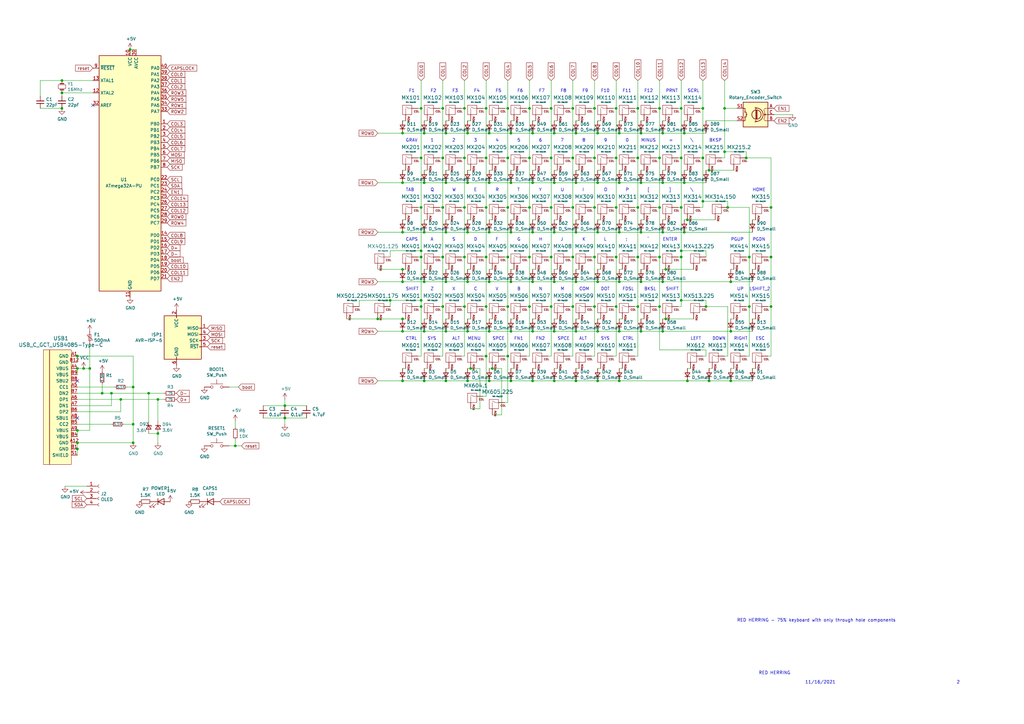
<source format=kicad_sch>
(kicad_sch (version 20230121) (generator eeschema)
  (paper "A3")
  (junction (at 217.17 105.41))
  (junction (at 209.55 115.57))
  (junction (at 200.66 95.25))
  (junction (at 165.1 110.49))
  (junction (at 181.61 125.73))
  (junction (at 273.05 110.49))
  (junction (at 181.61 85.09))
  (junction (at 270.51 44.45))
  (junction (at 254 54.61))
  (junction (at 41.91 161.29))
  (junction (at 316.23 125.73))
  (junction (at 181.61 105.41))
  (junction (at 172.72 105.41))
  (junction (at 288.29 64.77))
  (junction (at 288.29 82.55))
  (junction (at 254 115.57))
  (junction (at 54.61 181.61))
  (junction (at 201.93 151.13))
  (junction (at 45.72 161.29))
  (junction (at 279.4 85.09))
  (junction (at 218.44 156.21))
  (junction (at 270.51 85.09))
  (junction (at 236.22 54.61))
  (junction (at 227.33 74.93))
  (junction (at 49.53 163.83))
  (junction (at 208.28 105.41))
  (junction (at 281.94 90.17))
  (junction (at 243.84 105.41))
  (junction (at 200.66 135.89))
  (junction (at 316.23 105.41))
  (junction (at 64.77 177.8))
  (junction (at 254 135.89))
  (junction (at 209.55 135.89))
  (junction (at 54.61 173.99))
  (junction (at 182.88 74.93))
  (junction (at 64.77 163.83))
  (junction (at 182.88 115.57))
  (junction (at 173.99 74.93))
  (junction (at 173.99 95.25))
  (junction (at 234.95 85.09))
  (junction (at 243.84 64.77))
  (junction (at 172.72 102.87))
  (junction (at 234.95 125.73))
  (junction (at 261.62 44.45))
  (junction (at 160.02 123.19))
  (junction (at 279.4 102.87))
  (junction (at 34.29 151.13))
  (junction (at 236.22 135.89))
  (junction (at 182.88 156.21))
  (junction (at 245.11 54.61))
  (junction (at 191.77 54.61))
  (junction (at 190.5 64.77))
  (junction (at 191.77 115.57))
  (junction (at 217.17 125.73))
  (junction (at 172.72 123.19))
  (junction (at 199.39 146.05))
  (junction (at 290.83 156.21))
  (junction (at 297.18 44.45))
  (junction (at 31.75 181.61))
  (junction (at 172.72 44.45))
  (junction (at 252.73 105.41))
  (junction (at 209.55 74.93))
  (junction (at 165.1 130.81))
  (junction (at 191.77 74.93))
  (junction (at 234.95 64.77))
  (junction (at 25.4 38.1))
  (junction (at 190.5 125.73))
  (junction (at 236.22 95.25))
  (junction (at 236.22 74.93))
  (junction (at 299.72 135.89))
  (junction (at 208.28 146.05))
  (junction (at 217.17 85.09))
  (junction (at 173.99 156.21))
  (junction (at 262.89 115.57))
  (junction (at 298.45 85.09))
  (junction (at 234.95 105.41))
  (junction (at 306.07 64.77))
  (junction (at 307.34 105.41))
  (junction (at 165.1 74.93))
  (junction (at 227.33 135.89))
  (junction (at 173.99 115.57))
  (junction (at 289.56 125.73))
  (junction (at 261.62 125.73))
  (junction (at 270.51 125.73))
  (junction (at 190.5 105.41))
  (junction (at 226.06 85.09))
  (junction (at 218.44 115.57))
  (junction (at 209.55 95.25))
  (junction (at 173.99 135.89))
  (junction (at 36.83 151.13))
  (junction (at 271.78 74.93))
  (junction (at 191.77 156.21))
  (junction (at 262.89 95.25))
  (junction (at 116.84 166.37))
  (junction (at 245.11 74.93))
  (junction (at 226.06 105.41))
  (junction (at 217.17 64.77))
  (junction (at 191.77 95.25))
  (junction (at 227.33 54.61))
  (junction (at 200.66 54.61))
  (junction (at 262.89 54.61))
  (junction (at 165.1 135.89))
  (junction (at 307.34 125.73))
  (junction (at 200.66 156.21))
  (junction (at 172.72 85.09))
  (junction (at 193.04 151.13))
  (junction (at 172.72 64.77))
  (junction (at 208.28 125.73))
  (junction (at 200.66 115.57))
  (junction (at 96.52 182.88))
  (junction (at 261.62 64.77))
  (junction (at 273.05 130.81))
  (junction (at 217.17 44.45))
  (junction (at 218.44 74.93))
  (junction (at 190.5 85.09))
  (junction (at 60.96 161.29))
  (junction (at 25.4 33.02))
  (junction (at 182.88 54.61))
  (junction (at 31.75 146.05))
  (junction (at 245.11 115.57))
  (junction (at 54.61 158.75))
  (junction (at 227.33 95.25))
  (junction (at 245.11 156.21))
  (junction (at 200.66 74.93))
  (junction (at 297.18 62.23))
  (junction (at 252.73 64.77))
  (junction (at 254 156.21))
  (junction (at 281.94 156.21))
  (junction (at 299.72 156.21))
  (junction (at 31.75 184.15))
  (junction (at 173.99 54.61))
  (junction (at 182.88 95.25))
  (junction (at 208.28 85.09))
  (junction (at 252.73 44.45))
  (junction (at 226.06 125.73))
  (junction (at 279.4 44.45))
  (junction (at 261.62 105.41))
  (junction (at 116.84 171.45))
  (junction (at 191.77 135.89))
  (junction (at 199.39 85.09))
  (junction (at 190.5 44.45))
  (junction (at 299.72 115.57))
  (junction (at 199.39 125.73))
  (junction (at 234.95 44.45))
  (junction (at 279.4 123.19))
  (junction (at 280.67 95.25))
  (junction (at 208.28 44.45))
  (junction (at 254 74.93))
  (junction (at 181.61 64.77))
  (junction (at 252.73 85.09))
  (junction (at 199.39 64.77))
  (junction (at 271.78 115.57))
  (junction (at 208.28 64.77))
  (junction (at 245.11 135.89))
  (junction (at 262.89 74.93))
  (junction (at 270.51 105.41))
  (junction (at 218.44 135.89))
  (junction (at 226.06 44.45))
  (junction (at 288.29 44.45))
  (junction (at 154.94 130.81))
  (junction (at 227.33 156.21))
  (junction (at 226.06 64.77))
  (junction (at 209.55 54.61))
  (junction (at 261.62 85.09))
  (junction (at 280.67 54.61))
  (junction (at 209.55 156.21))
  (junction (at 218.44 95.25))
  (junction (at 227.33 115.57))
  (junction (at 245.11 95.25))
  (junction (at 218.44 54.61))
  (junction (at 243.84 85.09))
  (junction (at 270.51 64.77))
  (junction (at 165.1 95.25))
  (junction (at 181.61 44.45))
  (junction (at 252.73 125.73))
  (junction (at 199.39 44.45))
  (junction (at 316.23 85.09))
  (junction (at 271.78 95.25))
  (junction (at 53.34 20.32))
  (junction (at 243.84 44.45))
  (junction (at 262.89 135.89))
  (junction (at 172.72 125.73))
  (junction (at 165.1 115.57))
  (junction (at 279.4 105.41))
  (junction (at 243.84 125.73))
  (junction (at 279.4 64.77))
  (junction (at 165.1 156.21))
  (junction (at 280.67 74.93))
  (junction (at 271.78 54.61))
  (junction (at 290.83 69.85))
  (junction (at 165.1 54.61))
  (junction (at 25.4 44.45))
  (junction (at 254 95.25))
  (junction (at 271.78 135.89))
  (junction (at 236.22 115.57))
  (junction (at 182.88 135.89))
  (junction (at 31.75 176.53))
  (junction (at 199.39 105.41))
  (junction (at 31.75 151.13))
  (junction (at 236.22 156.21))
  (no_connect (at 38.1 43.18))
  (no_connect (at 31.75 156.21))
  (no_connect (at 31.75 171.45))
  (wire (pts (xy 173.99 69.85) (xy 175.26 69.85)))
  (wire (pts (xy 207.01 64.77) (xy 208.28 64.77)))
  (wire (pts (xy 290.83 156.21) (xy 299.72 156.21)))
  (wire (pts (xy 165.1 156.21) (xy 173.99 156.21)))
  (wire (pts (xy 38.1 33.02) (xy 25.4 33.02)))
  (wire (pts (xy 307.34 105.41) (xy 307.34 125.73)))
  (wire (pts (xy 217.17 125.73) (xy 217.17 146.05)))
  (wire (pts (xy 50.8 173.99) (xy 54.61 173.99)))
  (wire (pts (xy 160.02 102.87) (xy 172.72 102.87)))
  (wire (pts (xy 182.88 54.61) (xy 173.99 54.61)))
  (wire (pts (xy 270.51 85.09) (xy 270.51 105.41)))
  (wire (pts (xy 205.74 170.18) (xy 205.74 151.13)))
  (wire (pts (xy 234.95 85.09) (xy 234.95 105.41)))
  (wire (pts (xy 184.15 49.53) (xy 182.88 49.53)))
  (wire (pts (xy 290.83 151.13) (xy 292.1 151.13)))
  (wire (pts (xy 172.72 85.09) (xy 171.45 85.09)))
  (wire (pts (xy 173.99 156.21) (xy 182.88 156.21)))
  (wire (pts (xy 279.4 102.87) (xy 279.4 105.41)))
  (wire (pts (xy 226.06 85.09) (xy 226.06 105.41)))
  (wire (pts (xy 279.4 44.45) (xy 279.4 64.77)))
  (wire (pts (xy 172.72 123.19) (xy 172.72 125.73)))
  (wire (pts (xy 271.78 95.25) (xy 280.67 95.25)))
  (wire (pts (xy 173.99 130.81) (xy 175.26 130.81)))
  (wire (pts (xy 224.79 105.41) (xy 226.06 105.41)))
  (wire (pts (xy 200.66 95.25) (xy 209.55 95.25)))
  (wire (pts (xy 245.11 49.53) (xy 246.38 49.53)))
  (wire (pts (xy 154.94 74.93) (xy 165.1 74.93)))
  (wire (pts (xy 290.83 69.85) (xy 300.99 69.85)))
  (wire (pts (xy 209.55 110.49) (xy 210.82 110.49)))
  (wire (pts (xy 297.18 146.05) (xy 298.45 146.05)))
  (wire (pts (xy 271.78 130.81) (xy 273.05 130.81)))
  (wire (pts (xy 254 49.53) (xy 255.27 49.53)))
  (wire (pts (xy 280.67 74.93) (xy 289.56 74.93)))
  (wire (pts (xy 182.88 95.25) (xy 191.77 95.25)))
  (wire (pts (xy 262.89 115.57) (xy 271.78 115.57)))
  (wire (pts (xy 41.91 161.29) (xy 31.75 161.29)))
  (wire (pts (xy 198.12 125.73) (xy 199.39 125.73)))
  (wire (pts (xy 293.37 90.17) (xy 281.94 90.17)))
  (wire (pts (xy 218.44 156.21) (xy 227.33 156.21)))
  (wire (pts (xy 209.55 54.61) (xy 200.66 54.61)))
  (wire (pts (xy 25.4 39.37) (xy 25.4 38.1)))
  (wire (pts (xy 236.22 110.49) (xy 237.49 110.49)))
  (wire (pts (xy 31.75 151.13) (xy 31.75 153.67)))
  (wire (pts (xy 243.84 105.41) (xy 243.84 125.73)))
  (wire (pts (xy 116.84 166.37) (xy 116.84 163.83)))
  (wire (pts (xy 171.45 125.73) (xy 172.72 125.73)))
  (wire (pts (xy 227.33 130.81) (xy 228.6 130.81)))
  (wire (pts (xy 154.94 95.25) (xy 165.1 95.25)))
  (wire (pts (xy 180.34 85.09) (xy 181.61 85.09)))
  (wire (pts (xy 191.77 74.93) (xy 200.66 74.93)))
  (wire (pts (xy 181.61 146.05) (xy 180.34 146.05)))
  (wire (pts (xy 31.75 184.15) (xy 31.75 181.61)))
  (wire (pts (xy 271.78 90.17) (xy 273.05 90.17)))
  (wire (pts (xy 208.28 44.45) (xy 208.28 64.77)))
  (wire (pts (xy 31.75 158.75) (xy 46.99 158.75)))
  (wire (pts (xy 207.01 146.05) (xy 208.28 146.05)))
  (wire (pts (xy 215.9 125.73) (xy 217.17 125.73)))
  (wire (pts (xy 236.22 49.53) (xy 237.49 49.53)))
  (wire (pts (xy 165.1 130.81) (xy 166.37 130.81)))
  (wire (pts (xy 200.66 156.21) (xy 209.55 156.21)))
  (wire (pts (xy 245.11 74.93) (xy 254 74.93)))
  (wire (pts (xy 218.44 69.85) (xy 219.71 69.85)))
  (wire (pts (xy 298.45 146.05) (xy 298.45 125.73)))
  (wire (pts (xy 209.55 151.13) (xy 210.82 151.13)))
  (wire (pts (xy 262.89 49.53) (xy 264.16 49.53)))
  (wire (pts (xy 306.07 62.23) (xy 297.18 62.23)))
  (wire (pts (xy 233.68 125.73) (xy 234.95 125.73)))
  (wire (pts (xy 316.23 105.41) (xy 316.23 125.73)))
  (wire (pts (xy 218.44 151.13) (xy 219.71 151.13)))
  (wire (pts (xy 191.77 110.49) (xy 193.04 110.49)))
  (wire (pts (xy 279.4 85.09) (xy 279.4 102.87)))
  (wire (pts (xy 236.22 151.13) (xy 237.49 151.13)))
  (wire (pts (xy 198.12 85.09) (xy 199.39 85.09)))
  (wire (pts (xy 208.28 125.73) (xy 208.28 146.05)))
  (wire (pts (xy 190.5 44.45) (xy 190.5 64.77)))
  (wire (pts (xy 173.99 90.17) (xy 175.26 90.17)))
  (wire (pts (xy 200.66 90.17) (xy 201.93 90.17)))
  (wire (pts (xy 54.61 146.05) (xy 54.61 158.75)))
  (wire (pts (xy 262.89 135.89) (xy 271.78 135.89)))
  (wire (pts (xy 242.57 64.77) (xy 243.84 64.77)))
  (wire (pts (xy 217.17 85.09) (xy 217.17 105.41)))
  (wire (pts (xy 49.53 163.83) (xy 64.77 163.83)))
  (wire (pts (xy 217.17 105.41) (xy 217.17 125.73)))
  (wire (pts (xy 209.55 135.89) (xy 218.44 135.89)))
  (wire (pts (xy 226.06 125.73) (xy 224.79 125.73)))
  (wire (pts (xy 271.78 110.49) (xy 273.05 110.49)))
  (wire (pts (xy 234.95 33.02) (xy 234.95 44.45)))
  (wire (pts (xy 280.67 54.61) (xy 271.78 54.61)))
  (wire (pts (xy 269.24 44.45) (xy 270.51 44.45)))
  (wire (pts (xy 262.89 54.61) (xy 254 54.61)))
  (wire (pts (xy 280.67 54.61) (xy 289.56 54.61)))
  (wire (pts (xy 172.72 102.87) (xy 172.72 105.41)))
  (wire (pts (xy 254 156.21) (xy 281.94 156.21)))
  (wire (pts (xy 243.84 64.77) (xy 243.84 85.09)))
  (wire (pts (xy 243.84 125.73) (xy 243.84 146.05)))
  (wire (pts (xy 254 54.61) (xy 245.11 54.61)))
  (wire (pts (xy 175.26 49.53) (xy 173.99 49.53)))
  (wire (pts (xy 209.55 69.85) (xy 210.82 69.85)))
  (wire (pts (xy 284.48 130.81) (xy 273.05 130.81)))
  (wire (pts (xy 189.23 64.77) (xy 190.5 64.77)))
  (wire (pts (xy 165.1 49.53) (xy 166.37 49.53)))
  (wire (pts (xy 314.96 105.41) (xy 316.23 105.41)))
  (wire (pts (xy 236.22 135.89) (xy 245.11 135.89)))
  (wire (pts (xy 181.61 33.02) (xy 181.61 44.45)))
  (wire (pts (xy 182.88 74.93) (xy 191.77 74.93)))
  (wire (pts (xy 154.94 156.21) (xy 165.1 156.21)))
  (wire (pts (xy 200.66 54.61) (xy 191.77 54.61)))
  (wire (pts (xy 262.89 74.93) (xy 271.78 74.93)))
  (wire (pts (xy 243.84 85.09) (xy 243.84 105.41)))
  (wire (pts (xy 260.35 105.41) (xy 261.62 105.41)))
  (wire (pts (xy 279.4 105.41) (xy 279.4 123.19)))
  (wire (pts (xy 34.29 151.13) (xy 36.83 151.13)))
  (wire (pts (xy 271.78 54.61) (xy 262.89 54.61)))
  (wire (pts (xy 215.9 85.09) (xy 217.17 85.09)))
  (wire (pts (xy 172.72 85.09) (xy 172.72 102.87)))
  (wire (pts (xy 236.22 130.81) (xy 237.49 130.81)))
  (wire (pts (xy 199.39 64.77) (xy 199.39 85.09)))
  (wire (pts (xy 280.67 95.25) (xy 308.61 95.25)))
  (wire (pts (xy 245.11 151.13) (xy 246.38 151.13)))
  (wire (pts (xy 160.02 125.73) (xy 160.02 123.19)))
  (wire (pts (xy 154.94 110.49) (xy 165.1 110.49)))
  (wire (pts (xy 242.57 44.45) (xy 243.84 44.45)))
  (wire (pts (xy 251.46 64.77) (xy 252.73 64.77)))
  (wire (pts (xy 208.28 64.77) (xy 208.28 85.09)))
  (wire (pts (xy 308.61 151.13) (xy 309.88 151.13)))
  (wire (pts (xy 270.51 125.73) (xy 270.51 143.51)))
  (wire (pts (xy 215.9 44.45) (xy 217.17 44.45)))
  (wire (pts (xy 171.45 105.41) (xy 172.72 105.41)))
  (wire (pts (xy 245.11 130.81) (xy 246.38 130.81)))
  (wire (pts (xy 180.34 44.45) (xy 181.61 44.45)))
  (wire (pts (xy 287.02 64.77) (xy 288.29 64.77)))
  (wire (pts (xy 298.45 85.09) (xy 298.45 82.55)))
  (wire (pts (xy 200.66 130.81) (xy 201.93 130.81)))
  (wire (pts (xy 31.75 146.05) (xy 54.61 146.05)))
  (wire (pts (xy 245.11 156.21) (xy 254 156.21)))
  (wire (pts (xy 199.39 44.45) (xy 199.39 64.77)))
  (wire (pts (xy 297.18 62.23) (xy 297.18 64.77)))
  (wire (pts (xy 199.39 162.56) (xy 199.39 146.05)))
  (wire (pts (xy 200.66 110.49) (xy 201.93 110.49)))
  (wire (pts (xy 279.4 64.77) (xy 279.4 85.09)))
  (wire (pts (xy 308.61 130.81) (xy 309.88 130.81)))
  (wire (pts (xy 200.66 74.93) (xy 209.55 74.93)))
  (wire (pts (xy 147.32 125.73) (xy 147.32 123.19)))
  (wire (pts (xy 254 115.57) (xy 262.89 115.57)))
  (wire (pts (xy 208.28 105.41) (xy 208.28 125.73)))
  (wire (pts (xy 288.29 44.45) (xy 288.29 64.77)))
  (wire (pts (xy 269.24 64.77) (xy 270.51 64.77)))
  (wire (pts (xy 260.35 44.45) (xy 261.62 44.45)))
  (wire (pts (xy 280.67 49.53) (xy 281.94 49.53)))
  (wire (pts (xy 165.1 95.25) (xy 173.99 95.25)))
  (wire (pts (xy 308.61 90.17) (xy 309.88 90.17)))
  (wire (pts (xy 227.33 135.89) (xy 236.22 135.89)))
  (wire (pts (xy 116.84 171.45) (xy 107.95 171.45)))
  (wire (pts (xy 182.88 90.17) (xy 184.15 90.17)))
  (wire (pts (xy 173.99 135.89) (xy 182.88 135.89)))
  (wire (pts (xy 182.88 135.89) (xy 191.77 135.89)))
  (wire (pts (xy 193.04 167.64) (xy 196.85 167.64)))
  (wire (pts (xy 160.02 123.19) (xy 172.72 123.19)))
  (wire (pts (xy 233.68 64.77) (xy 234.95 64.77)))
  (wire (pts (xy 198.12 44.45) (xy 199.39 44.45)))
  (wire (pts (xy 236.22 90.17) (xy 237.49 90.17)))
  (wire (pts (xy 209.55 130.81) (xy 210.82 130.81)))
  (wire (pts (xy 287.02 44.45) (xy 288.29 44.45)))
  (wire (pts (xy 289.56 69.85) (xy 290.83 69.85)))
  (wire (pts (xy 173.99 54.61) (xy 165.1 54.61)))
  (wire (pts (xy 236.22 54.61) (xy 227.33 54.61)))
  (wire (pts (xy 190.5 85.09) (xy 190.5 105.41)))
  (wire (pts (xy 52.07 158.75) (xy 54.61 158.75)))
  (wire (pts (xy 180.34 64.77) (xy 181.61 64.77)))
  (wire (pts (xy 308.61 110.49) (xy 309.88 110.49)))
  (wire (pts (xy 189.23 44.45) (xy 190.5 44.45)))
  (wire (pts (xy 226.06 125.73) (xy 226.06 146.05)))
  (wire (pts (xy 262.89 90.17) (xy 264.16 90.17)))
  (wire (pts (xy 271.78 115.57) (xy 299.72 115.57)))
  (wire (pts (xy 173.99 110.49) (xy 175.26 110.49)))
  (wire (pts (xy 172.72 33.02) (xy 172.72 44.45)))
  (wire (pts (xy 242.57 125.73) (xy 243.84 125.73)))
  (wire (pts (xy 54.61 181.61) (xy 31.75 181.61)))
  (wire (pts (xy 260.35 64.77) (xy 261.62 64.77)))
  (wire (pts (xy 233.68 44.45) (xy 234.95 44.45)))
  (wire (pts (xy 261.62 85.09) (xy 261.62 105.41)))
  (wire (pts (xy 217.17 33.02) (xy 217.17 44.45)))
  (wire (pts (xy 279.4 102.87) (xy 289.56 102.87)))
  (wire (pts (xy 200.66 135.89) (xy 209.55 135.89)))
  (wire (pts (xy 171.45 64.77) (xy 172.72 64.77)))
  (wire (pts (xy 271.78 49.53) (xy 273.05 49.53)))
  (wire (pts (xy 227.33 151.13) (xy 228.6 151.13)))
  (wire (pts (xy 218.44 49.53) (xy 219.71 49.53)))
  (wire (pts (xy 181.61 64.77) (xy 181.61 85.09)))
  (wire (pts (xy 189.23 105.41) (xy 190.5 105.41)))
  (wire (pts (xy 226.06 105.41) (xy 226.06 125.73)))
  (wire (pts (xy 181.61 85.09) (xy 181.61 105.41)))
  (wire (pts (xy 236.22 74.93) (xy 245.11 74.93)))
  (wire (pts (xy 209.55 74.93) (xy 218.44 74.93)))
  (wire (pts (xy 191.77 54.61) (xy 182.88 54.61)))
  (wire (pts (xy 245.11 135.89) (xy 254 135.89)))
  (wire (pts (xy 289.56 123.19) (xy 279.4 123.19)))
  (wire (pts (xy 208.28 165.1) (xy 208.28 146.05)))
  (wire (pts (xy 209.55 115.57) (xy 218.44 115.57)))
  (wire (pts (xy 245.11 54.61) (xy 236.22 54.61)))
  (wire (pts (xy 165.1 90.17) (xy 166.37 90.17)))
  (wire (pts (xy 224.79 146.05) (xy 226.06 146.05)))
  (wire (pts (xy 31.75 148.59) (xy 31.75 146.05)))
  (wire (pts (xy 245.11 115.57) (xy 254 115.57)))
  (wire (pts (xy 269.24 125.73) (xy 270.51 125.73)))
  (wire (pts (xy 191.77 95.25) (xy 200.66 95.25)))
  (wire (pts (xy 182.88 69.85) (xy 184.15 69.85)))
  (wire (pts (xy 147.32 123.19) (xy 160.02 123.19)))
  (wire (pts (xy 245.11 95.25) (xy 254 95.25)))
  (wire (pts (xy 254 95.25) (xy 262.89 95.25)))
  (wire (pts (xy 242.57 85.09) (xy 243.84 85.09)))
  (wire (pts (xy 226.06 33.02) (xy 226.06 44.45)))
  (wire (pts (xy 16.51 33.02) (xy 16.51 39.37)))
  (wire (pts (xy 218.44 95.25) (xy 227.33 95.25)))
  (wire (pts (xy 308.61 156.21) (xy 299.72 156.21)))
  (wire (pts (xy 64.77 177.8) (xy 64.77 181.61)))
  (wire (pts (xy 254 90.17) (xy 255.27 90.17)))
  (wire (pts (xy 307.34 125.73) (xy 307.34 146.05)))
  (wire (pts (xy 201.93 170.18) (xy 205.74 170.18)))
  (wire (pts (xy 36.83 176.53) (xy 36.83 151.13)))
  (wire (pts (xy 199.39 105.41) (xy 199.39 125.73)))
  (wire (pts (xy 165.1 151.13) (xy 166.37 151.13)))
  (wire (pts (xy 224.79 44.45) (xy 226.06 44.45)))
  (wire (pts (xy 270.51 143.51) (xy 289.56 143.51)))
  (wire (pts (xy 45.72 166.37) (xy 45.72 161.29)))
  (wire (pts (xy 262.89 69.85) (xy 264.16 69.85)))
  (wire (pts (xy 261.62 64.77) (xy 261.62 85.09)))
  (wire (pts (xy 190.5 105.41) (xy 190.5 125.73)))
  (wire (pts (xy 45.72 161.29) (xy 41.91 161.29)))
  (wire (pts (xy 234.95 146.05) (xy 233.68 146.05)))
  (wire (pts (xy 160.02 105.41) (xy 160.02 102.87)))
  (wire (pts (xy 215.9 64.77) (xy 217.17 64.77)))
  (wire (pts (xy 208.28 85.09) (xy 208.28 105.41)))
  (wire (pts (xy 254 69.85) (xy 255.27 69.85)))
  (wire (pts (xy 154.94 130.81) (xy 165.1 130.81)))
  (wire (pts (xy 172.72 125.73) (xy 172.72 146.05)))
  (wire (pts (xy 226.06 64.77) (xy 226.06 85.09)))
  (wire (pts (xy 254 135.89) (xy 262.89 135.89)))
  (wire (pts (xy 306.07 125.73) (xy 307.34 125.73)))
  (wire (pts (xy 251.46 105.41) (xy 252.73 105.41)))
  (wire (pts (xy 25.4 44.45) (xy 16.51 44.45)))
  (wire (pts (xy 226.06 44.45) (xy 226.06 64.77)))
  (wire (pts (xy 278.13 64.77) (xy 279.4 64.77)))
  (wire (pts (xy 316.23 125.73) (xy 316.23 146.05)))
  (wire (pts (xy 31.75 151.13) (xy 34.29 151.13)))
  (wire (pts (xy 172.72 146.05) (xy 171.45 146.05)))
  (wire (pts (xy 306.07 64.77) (xy 306.07 62.23)))
  (wire (pts (xy 236.22 115.57) (xy 245.11 115.57)))
  (wire (pts (xy 245.11 110.49) (xy 246.38 110.49)))
  (wire (pts (xy 209.55 156.21) (xy 218.44 156.21)))
  (wire (pts (xy 191.77 135.89) (xy 200.66 135.89)))
  (wire (pts (xy 207.01 85.09) (xy 208.28 85.09)))
  (wire (pts (xy 254 74.93) (xy 262.89 74.93)))
  (wire (pts (xy 64.77 172.72) (xy 64.77 163.83)))
  (wire (pts (xy 307.34 85.09) (xy 298.45 85.09)))
  (wire (pts (xy 280.67 69.85) (xy 281.94 69.85)))
  (wire (pts (xy 191.77 151.13) (xy 193.04 151.13)))
  (wire (pts (xy 182.88 115.57) (xy 191.77 115.57)))
  (wire (pts (xy 287.02 85.09) (xy 288.29 85.09)))
  (wire (pts (xy 64.77 163.83) (xy 67.31 163.83)))
  (wire (pts (xy 234.95 44.45) (xy 234.95 64.77)))
  (wire (pts (xy 196.85 167.64) (xy 196.85 151.13)))
  (wire (pts (xy 165.1 54.61) (xy 154.94 54.61)))
  (wire (pts (xy 261.62 33.02) (xy 261.62 44.45)))
  (wire (pts (xy 190.5 64.77) (xy 190.5 85.09)))
  (wire (pts (xy 199.39 146.05) (xy 198.12 146.05)))
  (wire (pts (xy 243.84 44.45) (xy 243.84 64.77)))
  (wire (pts (xy 218.44 135.89) (xy 227.33 135.89)))
  (wire (pts (xy 173.99 115.57) (xy 182.88 115.57)))
  (wire (pts (xy 36.83 151.13) (xy 36.83 140.97)))
  (wire (pts (xy 173.99 95.25) (xy 182.88 95.25)))
  (wire (pts (xy 270.51 33.02) (xy 270.51 44.45)))
  (wire (pts (xy 288.29 33.02) (xy 288.29 44.45)))
  (wire (pts (xy 298.45 82.55) (xy 288.29 82.55)))
  (wire (pts (xy 224.79 85.09) (xy 226.06 85.09)))
  (wire (pts (xy 262.89 95.25) (xy 271.78 95.25)))
  (wire (pts (xy 165.1 110.49) (xy 166.37 110.49)))
  (wire (pts (xy 262.89 130.81) (xy 264.16 130.81)))
  (wire (pts (xy 189.23 125.73) (xy 190.5 125.73)))
  (wire (pts (xy 142.24 130.81) (xy 154.94 130.81)))
  (wire (pts (xy 251.46 125.73) (xy 252.73 125.73)))
  (wire (pts (xy 242.57 146.05) (xy 243.84 146.05)))
  (wire (pts (xy 172.72 105.41) (xy 172.72 123.19)))
  (wire (pts (xy 209.55 90.17) (xy 210.82 90.17)))
  (wire (pts (xy 191.77 130.81) (xy 193.04 130.81)))
  (wire (pts (xy 55.88 20.32) (xy 53.34 20.32)))
  (wire (pts (xy 288.29 146.05) (xy 289.56 146.05)))
  (wire (pts (xy 218.44 74.93) (xy 227.33 74.93)))
  (wire (pts (xy 49.53 168.91) (xy 31.75 168.91)))
  (wire (pts (xy 200.66 115.57) (xy 209.55 115.57)))
  (wire (pts (xy 279.4 33.02) (xy 279.4 44.45)))
  (wire (pts (xy 299.72 130.81) (xy 300.99 130.81)))
  (wire (pts (xy 261.62 105.41) (xy 261.62 125.73)))
  (wire (pts (xy 173.99 151.13) (xy 175.26 151.13)))
  (wire (pts (xy 278.13 44.45) (xy 279.4 44.45)))
  (wire (pts (xy 25.4 38.1) (xy 38.1 38.1)))
  (wire (pts (xy 227.33 69.85) (xy 228.6 69.85)))
  (wire (pts (xy 278.13 105.41) (xy 279.4 105.41)))
  (wire (pts (xy 191.77 90.17) (xy 193.04 90.17)))
  (wire (pts (xy 278.13 85.09) (xy 279.4 85.09)))
  (wire (pts (xy 280.67 90.17) (xy 281.94 90.17)))
  (wire (pts (xy 281.94 151.13) (xy 283.21 151.13)))
  (wire (pts (xy 302.26 44.45) (xy 297.18 44.45)))
  (wire (pts (xy 190.5 33.02) (xy 190.5 44.45)))
  (wire (pts (xy 54.61 173.99) (xy 54.61 181.61)))
  (wire (pts (xy 279.4 123.19) (xy 279.4 125.73)))
  (wire (pts (xy 260.35 125.73) (xy 261.62 125.73)))
  (wire (pts (xy 181.61 105.41) (xy 181.61 125.73)))
  (wire (pts (xy 207.01 165.1) (xy 208.28 165.1)))
  (wire (pts (xy 35.56 199.39) (xy 26.67 199.39)))
  (wire (pts (xy 190.5 125.73) (xy 190.5 146.05)))
  (wire (pts (xy 207.01 125.73) (xy 208.28 125.73)))
  (wire (pts (xy 198.12 162.56) (xy 199.39 162.56)))
  (wire (pts (xy 299.72 151.13) (xy 300.99 151.13)))
  (wire (pts (xy 93.98 158.75) (xy 97.79 158.75)))
  (wire (pts (xy 198.12 105.41) (xy 199.39 105.41)))
  (wire (pts (xy 227.33 90.17) (xy 228.6 90.17)))
  (wire (pts (xy 271.78 69.85) (xy 273.05 69.85)))
  (wire (pts (xy 297.18 44.45) (xy 297.18 62.23)))
  (wire (pts (xy 252.73 85.09) (xy 252.73 105.41)))
  (wire (pts (xy 217.17 44.45) (xy 217.17 64.77)))
  (wire (pts (xy 217.17 146.05) (xy 215.9 146.05)))
  (wire (pts (xy 107.95 166.37) (xy 116.84 166.37)))
  (wire (pts (xy 224.79 64.77) (xy 226.06 64.77)))
  (wire (pts (xy 298.45 125.73) (xy 289.56 125.73)))
  (wire (pts (xy 215.9 105.41) (xy 217.17 105.41)))
  (wire (pts (xy 316.23 85.09) (xy 316.23 105.41)))
  (wire (pts (xy 227.33 115.57) (xy 236.22 115.57)))
  (wire (pts (xy 193.04 49.53) (xy 191.77 49.53)))
  (wire (pts (xy 314.96 125.73) (xy 316.23 125.73)))
  (wire (pts (xy 306.07 64.77) (xy 316.23 64.77)))
  (wire (pts (xy 271.78 135.89) (xy 299.72 135.89)))
  (wire (pts (xy 270.51 105.41) (xy 270.51 125.73)))
  (wire (pts (xy 45.72 161.29) (xy 60.96 161.29)))
  (wire (pts (xy 208.28 33.02) (xy 208.28 44.45)))
  (wire (pts (xy 314.96 85.09) (xy 316.23 85.09)))
  (wire (pts (xy 278.13 125.73) (xy 279.4 125.73)))
  (wire (pts (xy 252.73 44.45) (xy 252.73 64.77)))
  (wire (pts (xy 99.06 182.88) (xy 96.52 182.88)))
  (wire (pts (xy 252.73 105.41) (xy 252.73 125.73)))
  (wire (pts (xy 269.24 105.41) (xy 270.51 105.41)))
  (wire (pts (xy 181.61 44.45) (xy 181.61 64.77)))
  (wire (pts (xy 180.34 105.41) (xy 181.61 105.41)))
  (wire (pts (xy 207.01 44.45) (xy 208.28 44.45)))
  (wire (pts (xy 254 151.13) (xy 255.27 151.13)))
  (wire (pts (xy 31.75 173.99) (xy 45.72 173.99)))
  (wire (pts (xy 171.45 44.45) (xy 172.72 44.45)))
  (wire (pts (xy 200.66 69.85) (xy 201.93 69.85)))
  (wire (pts (xy 165.1 115.57) (xy 173.99 115.57)))
  (wire (pts (xy 261.62 44.45) (xy 261.62 64.77)))
  (wire (pts (xy 25.4 33.02) (xy 16.51 33.02)))
  (wire (pts (xy 227.33 74.93) (xy 236.22 74.93)))
  (wire (pts (xy 165.1 74.93) (xy 173.99 74.93)))
  (wire (pts (xy 191.77 115.57) (xy 200.66 115.57)))
  (wire (pts (xy 254 130.81) (xy 255.27 130.81)))
  (wire (pts (xy 49.53 163.83) (xy 49.53 168.91)))
  (wire (pts (xy 227.33 49.53) (xy 228.6 49.53)))
  (wire (pts (xy 199.39 125.73) (xy 199.39 146.05)))
  (wire (pts (xy 60.96 161.29) (xy 60.96 172.72)))
  (wire (pts (xy 60.96 161.29) (xy 67.31 161.29)))
  (wire (pts (xy 218.44 54.61) (xy 209.55 54.61)))
  (wire (pts (xy 191.77 69.85) (xy 193.04 69.85)))
  (wire (pts (xy 199.39 33.02) (xy 199.39 44.45)))
  (wire (pts (xy 254 110.49) (xy 255.27 110.49)))
  (wire (pts (xy 289.56 105.41) (xy 289.56 102.87)))
  (wire (pts (xy 289.56 143.51) (xy 289.56 146.05)))
  (wire (pts (xy 234.95 64.77) (xy 234.95 85.09)))
  (wire (pts (xy 96.52 172.72) (xy 96.52 175.26)))
  (wire (pts (xy 317.5 46.99) (xy 325.12 46.99)))
  (wire (pts (xy 234.95 105.41) (xy 234.95 125.73)))
  (wire (pts (xy 243.84 33.02) (xy 243.84 44.45)))
  (wire (pts (xy 60.96 177.8) (xy 64.77 177.8)))
  (wire (pts (xy 191.77 156.21) (xy 200.66 156.21)))
  (wire (pts (xy 306.07 105.41) (xy 307.34 105.41)))
  (wire (pts (xy 217.17 64.77) (xy 217.17 85.09)))
  (wire (pts (xy 180.34 125.73) (xy 181.61 125.73)))
  (wire (pts (xy 218.44 90.17) (xy 219.71 90.17)))
  (wire (pts (xy 289.56 125.73) (xy 289.56 123.19)))
  (wire (pts (xy 189.23 85.09) (xy 190.5 85.09)))
  (wire (pts (xy 233.68 105.41) (xy 234.95 105.41)))
  (wire (pts (xy 316.23 146.05) (xy 314.96 146.05)))
  (wire (pts (xy 218.44 115.57) (xy 227.33 115.57)))
  (wire (pts (xy 288.29 64.77) (xy 288.29 82.55)))
  (wire (pts (xy 306.07 146.05) (xy 307.34 146.05)))
  (wire (pts (xy 288.29 82.55) (xy 288.29 85.09)))
  (wire (pts (xy 96.52 182.88) (xy 96.52 180.34)))
  (wire (pts (xy 299.72 115.57) (xy 308.61 115.57)))
  (wire (pts (xy 271.78 74.93) (xy 280.67 74.93)))
  (wire (pts (xy 245.11 90.17) (xy 246.38 90.17)))
  (wire (pts (xy 233.68 85.09) (xy 234.95 85.09)))
  (wire (pts (xy 172.72 64.77) (xy 172.72 85.09)))
  (wire (pts (xy 227.33 54.61) (xy 218.44 54.61)))
  (wire (pts (xy 252.73 146.05) (xy 251.46 146.05)))
  (wire (pts (xy 273.05 110.49) (xy 284.48 110.49)))
  (wire (pts (xy 245.11 69.85) (xy 246.38 69.85)))
  (wire (pts (xy 299.72 110.49) (xy 300.99 110.49)))
  (wire (pts (xy 218.44 110.49) (xy 219.71 110.49)))
  (wire (pts (xy 252.73 125.73) (xy 252.73 146.05)))
  (wire (pts (xy 227.33 156.21) (xy 236.22 156.21)))
  (wire (pts (xy 227.33 95.25) (xy 236.22 95.25)))
  (wire (pts (xy 236.22 95.25) (xy 245.11 95.25)))
  (wire (pts (xy 199.39 85.09) (xy 199.39 105.41)))
  (wire (pts (xy 295.91 64.77) (xy 297.18 64.77)))
  (wire (pts (xy 54.61 158.75) (xy 54.61 173.99)))
  (wire (pts (xy 116.84 166.37) (xy 125.73 166.37)))
  (wire (pts (xy 299.72 135.89) (xy 308.61 135.89)))
  (wire (pts (xy 31.75 163.83) (xy 49.53 163.83)))
  (wire (pts (xy 116.84 171.45) (xy 116.84 173.99)))
  (wire (pts (xy 31.75 179.07) (xy 31.75 176.53)))
  (wire (pts (xy 190.5 146.05) (xy 189.23 146.05)))
  (wire (pts (xy 209.55 95.25) (xy 218.44 95.25)))
  (wire (pts (xy 182.88 156.21) (xy 191.77 156.21)))
  (wire (pts (xy 154.94 135.89) (xy 165.1 135.89)))
  (wire (pts (xy 251.46 44.45) (xy 252.73 44.45)))
  (wire (pts (xy 262.89 110.49) (xy 264.16 110.49)))
  (wire (pts (xy 252.73 33.02) (xy 252.73 44.45)))
  (wire (pts (xy 200.66 49.53) (xy 201.93 49.53)))
  (wire (pts (xy 182.88 130.81) (xy 184.15 130.81)))
  (wire (pts (xy 198.12 64.77) (xy 199.39 64.77)))
  (wire (pts (xy 31.75 184.15) (xy 31.75 186.69)))
  (wire (pts (xy 242.57 105.41) (xy 243.84 105.41)))
  (wire (pts (xy 289.56 49.53) (xy 302.26 49.53)))
  (wire (pts (xy 316.23 64.77) (xy 316.23 85.09)))
  (wire (pts (xy 251.46 85.09) (xy 252.73 85.09)))
  (wire (pts (xy 281.94 156.21) (xy 290.83 156.21)))
  (wire (pts (xy 205.74 151.13) (xy 201.93 151.13)))
  (wire (pts (xy 200.66 151.13) (xy 201.93 151.13)))
  (wire (pts (xy 31.75 166.37) (xy 45.72 166.37)))
  (wire (pts (xy 182.88 110.49) (xy 184.15 110.49)))
  (wire (pts (xy 182.88 151.13) (xy 184.15 151.13)))
  (wire (pts (xy 154.94 115.57) (xy 165.1 115.57)))
  (wire (pts (xy 196.85 151.13) (xy 193.04 151.13)))
  (wire (pts (xy 41.91 161.29) (xy 41.91 157.48)))
  (wire (pts (xy 227.33 110.49) (xy 228.6 110.49)))
  (wire (pts (xy 218.44 130.81) (xy 219.71 130.81)))
  (wire (pts (xy 31.75 176.53) (xy 36.83 176.53)))
  (wire (pts (xy 173.99 74.93) (xy 182.88 74.93)))
  (wire (pts (xy 234.95 125.73) (xy 234.95 146.05)))
  (wire (pts (xy 165.1 69.85) (xy 166.37 69.85)))
  (wire (pts (xy 307.34 85.09) (xy 307.34 105.41)))
  (wire (pts (xy 209.55 49.53) (xy 210.82 49.53)))
  (wire (pts (xy 165.1 135.89) (xy 173.99 135.89)))
  (wire (pts (xy 260.35 146.05) (xy 261.62 146.05)))
  (wire (pts (xy 125.73 171.45) (xy 116.84 171.45)))
  (wire (pts (xy 261.62 125.73) (xy 261.62 146.05)))
  (wire (pts (xy 207.01 105.41) (xy 208.28 105.41)))
  (wire (pts (xy 181.61 125.73) (xy 181.61 146.05)))
  (wire (pts (xy 270.51 44.45) (xy 270.51 64.77)))
  (wire (pts (xy 252.73 64.77) (xy 252.73 85.09)))
  (wire (pts (xy 236.22 156.21) (xy 245.11 156.21)))
  (wire (pts (xy 297.18 33.02) (xy 297.18 44.45)))
  (wire (pts (xy 236.22 69.85) (xy 237.49 69.85)))
  (wire (pts (xy 270.51 64.77) (xy 270.51 85.09)))
  (wire (pts (xy 172.72 44.45) (xy 172.72 64.77)))
  (wire (pts (xy 269.24 85.09) (xy 270.51 85.09)))
  (wire (pts (xy 260.35 85.09) (xy 261.62 85.09)))
  (wire (pts (xy 96.52 182.88) (xy 93.98 182.88)))
  (text "2" (at 393.7 280.67 0) (effects (font (size 1.27 1.27)) (justify right bottom)))
  (text "O" (at 247.65 78.74 0) (effects (font (size 1.27 1.27)) (justify left bottom)))
  (text "9" (at 247.65 58.42 0) (effects (font (size 1.27 1.27)) (justify left bottom)))
  (text "3" (at 194.31 58.42 0) (effects (font (size 1.27 1.27)) (justify left bottom)))
  (text "7" (at 229.87 58.42 0) (effects (font (size 1.27 1.27)) (justify left bottom)))
  (text "UP" (at 302.26 119.38 0) (effects (font (size 1.27 1.27)) (justify left bottom)))
  (text "FN1" (at 210.82 139.7 0) (effects (font (size 1.27 1.27)) (justify left bottom)))
  (text "FDSL" (at 255.27 119.38 0) (effects (font (size 1.27 1.27)) (justify left bottom)))
  (text "SPCE" (at 201.93 139.7 0) (effects (font (size 1.27 1.27)) (justify left bottom)))
  (text "H" (at 220.98 99.06 0) (effects (font (size 1.27 1.27)) (justify left bottom)))
  (text "F5" (at 203.2 38.1 0) (effects (font (size 1.27 1.27)) (justify left bottom)))
  (text "P" (at 256.54 78.74 0) (effects (font (size 1.27 1.27)) (justify left bottom)))
  (text "LEFT" (at 283.21 139.7 0) (effects (font (size 1.27 1.27)) (justify left bottom)))
  (text "5" (at 212.09 58.42 0) (effects (font (size 1.27 1.27)) (justify left bottom)))
  (text "F8" (at 229.87 38.1 0) (effects (font (size 1.27 1.27)) (justify left bottom)))
  (text "LSHIFT_2" (at 307.34 119.38 0) (effects (font (size 1.27 1.27)) (justify left bottom)))
  (text "HOME" (at 308.61 78.74 0) (effects (font (size 1.27 1.27)) (justify left bottom)))
  (text "0" (at 256.54 58.42 0) (effects (font (size 1.27 1.27)) (justify left bottom)))
  (text "RED HERRING - 75% keyboard with only through hole components" (at 302.26 255.27 0) (effects (font (size 1.27 1.27)) (justify left bottom)))
  (text "M" (at 229.87 119.38 0) (effects (font (size 1.27 1.27)) (justify left bottom)))
  (text "C" (at 194.31 119.38 0) (effects (font (size 1.27 1.27)) (justify left bottom)))
  (text "W" (at 185.42 78.74 0) (effects (font (size 1.27 1.27)) (justify left bottom)))
  (text "I" (at 238.76 78.74 0) (effects (font (size 1.27 1.27)) (justify left bottom)))
  (text "[" (at 265.43 78.74 0) (effects (font (size 1.27 1.27)) (justify left bottom)))
  (text "PRNT" (at 273.05 38.1 0) (effects (font (size 1.27 1.27)) (justify left bottom)))
  (text "SYS" (at 246.38 139.7 0) (effects (font (size 1.27 1.27)) (justify left bottom)))
  (text "FN2" (at 219.71 139.7 0) (effects (font (size 1.27 1.27)) (justify left bottom)))
  (text "A" (at 176.53 99.06 0) (effects (font (size 1.27 1.27)) (justify left bottom)))
  (text "F3" (at 185.42 38.1 0) (effects (font (size 1.27 1.27)) (justify left bottom)))
  (text "PGUP" (at 299.72 99.06 0) (effects (font (size 1.27 1.27)) (justify left bottom)))
  (text "J" (at 229.87 99.06 0) (effects (font (size 1.27 1.27)) (justify left bottom)))
  (text "MENU" (at 191.77 139.7 0) (effects (font (size 1.27 1.27)) (justify left bottom)))
  (text "SCRL" (at 281.94 38.1 0) (effects (font (size 1.27 1.27)) (justify left bottom)))
  (text "SPCE" (at 228.6 139.7 0) (effects (font (size 1.27 1.27)) (justify left bottom)))
  (text "6" (at 220.98 58.42 0) (effects (font (size 1.27 1.27)) (justify left bottom)))
  (text "F10" (at 246.38 38.1 0) (effects (font (size 1.27 1.27)) (justify left bottom)))
  (text "Q" (at 176.53 78.74 0) (effects (font (size 1.27 1.27)) (justify left bottom)))
  (text "F11" (at 255.27 38.1 0) (effects (font (size 1.27 1.27)) (justify left bottom)))
  (text "=" (at 274.32 58.42 0) (effects (font (size 1.27 1.27)) (justify left bottom)))
  (text ";" (at 256.54 99.06 0) (effects (font (size 1.27 1.27)) (justify left bottom)))
  (text "F1" (at 167.64 38.1 0) (effects (font (size 1.27 1.27)) (justify left bottom)))
  (text "E" (at 194.31 78.74 0) (effects (font (size 1.27 1.27)) (justify left bottom)))
  (text "TAB" (at 166.37 78.74 0) (effects (font (size 1.27 1.27)) (justify left bottom)))
  (text "F4" (at 194.31 38.1 0) (effects (font (size 1.27 1.27)) (justify left bottom)))
  (text "Z" (at 176.53 119.38 0) (effects (font (size 1.27 1.27)) (justify left bottom)))
  (text "COM" (at 237.49 119.38 0) (effects (font (size 1.27 1.27)) (justify left bottom)))
  (text "SYS" (at 175.26 139.7 0) (effects (font (size 1.27 1.27)) (justify left bottom)))
  (text "PGDN" (at 308.61 99.06 0) (effects (font (size 1.27 1.27)) (justify left bottom)))
  (text "‘" (at 265.43 99.06 0) (effects (font (size 1.27 1.27)) (justify left bottom)))
  (text "T" (at 212.09 78.74 0) (effects (font (size 1.27 1.27)) (justify left bottom)))
  (text "D" (at 194.31 99.06 0) (effects (font (size 1.27 1.27)) (justify left bottom)))
  (text "RIGHT" (at 300.99 139.7 0) (effects (font (size 1.27 1.27)) (justify left bottom)))
  (text "ESC" (at 309.88 139.7 0) (effects (font (size 1.27 1.27)) (justify left bottom)))
  (text "\\" (at 283.21 78.74 0) (effects (font (size 1.27 1.27)) (justify left bottom)))
  (text "8" (at 238.76 58.42 0) (effects (font (size 1.27 1.27)) (justify left bottom)))
  (text "Y" (at 220.98 78.74 0) (effects (font (size 1.27 1.27)) (justify left bottom)))
  (text "]" (at 274.32 78.74 0) (effects (font (size 1.27 1.27)) (justify left bottom)))
  (text "11/16/2021" (at 330.2 280.67 0) (effects (font (size 1.27 1.27)) (justify left bottom)))
  (text "N" (at 220.98 119.38 0) (effects (font (size 1.27 1.27)) (justify left bottom)))
  (text "DOWN" (at 292.1 139.7 0) (effects (font (size 1.27 1.27)) (justify left bottom)))
  (text "SHIFT" (at 273.05 119.38 0) (effects (font (size 1.27 1.27)) (justify left bottom)))
  (text "U" (at 229.87 78.74 0) (effects (font (size 1.27 1.27)) (justify left bottom)))
  (text "DOT" (at 246.38 119.38 0) (effects (font (size 1.27 1.27)) (justify left bottom)))
  (text "BKSP" (at 290.83 58.42 0) (effects (font (size 1.27 1.27)) (justify left bottom)))
  (text "ENTER" (at 271.78 99.06 0) (effects (font (size 1.27 1.27)) (justify left bottom)))
  (text "2" (at 185.42 58.42 0) (effects (font (size 1.27 1.27)) (justify left bottom)))
  (text "BKSL" (at 264.16 119.38 0) (effects (font (size 1.27 1.27)) (justify left bottom)))
  (text "4" (at 203.2 58.42 0) (effects (font (size 1.27 1.27)) (justify left bottom)))
  (text "F9" (at 238.76 38.1 0) (effects (font (size 1.27 1.27)) (justify left bottom)))
  (text "S" (at 185.42 99.06 0) (effects (font (size 1.27 1.27)) (justify left bottom)))
  (text "ALT" (at 185.42 139.7 0) (effects (font (size 1.27 1.27)) (justify left bottom)))
  (text "F7" (at 220.98 38.1 0) (effects (font (size 1.27 1.27)) (justify left bottom)))
  (text "\\" (at 283.21 58.42 0) (effects (font (size 1.27 1.27)) (justify left bottom)))
  (text "RED HERRING" (at 311.15 276.86 0) (effects (font (size 1.27 1.27)) (justify left bottom)))
  (text "G" (at 212.09 99.06 0) (effects (font (size 1.27 1.27)) (justify left bottom)))
  (text "F6" (at 212.09 38.1 0) (effects (font (size 1.27 1.27)) (justify left bottom)))
  (text "L" (at 247.65 99.06 0) (effects (font (size 1.27 1.27)) (justify left bottom)))
  (text "X" (at 185.42 119.38 0) (effects (font (size 1.27 1.27)) (justify left bottom)))
  (text "B" (at 212.09 119.38 0) (effects (font (size 1.27 1.27)) (justify left bottom)))
  (text "K" (at 238.76 99.06 0) (effects (font (size 1.27 1.27)) (justify left bottom)))
  (text "F2" (at 176.53 38.1 0) (effects (font (size 1.27 1.27)) (justify left bottom)))
  (text "SHIFT" (at 166.37 119.38 0) (effects (font (size 1.27 1.27)) (justify left bottom)))
  (text "1" (at 176.53 58.42 0) (effects (font (size 1.27 1.27)) (justify left bottom)))
  (text "F" (at 203.2 99.06 0) (effects (font (size 1.27 1.27)) (justify left bottom)))
  (text "CAPS" (at 166.37 99.06 0) (effects (font (size 1.27 1.27)) (justify left bottom)))
  (text "GRAV" (at 166.37 58.42 0) (effects (font (size 1.27 1.27)) (justify left bottom)))
  (text "ALT" (at 237.49 139.7 0) (effects (font (size 1.27 1.27)) (justify left bottom)))
  (text "CTRL" (at 166.37 139.7 0) (effects (font (size 1.27 1.27)) (justify left bottom)))
  (text "F12" (at 264.16 38.1 0) (effects (font (size 1.27 1.27)) (justify left bottom)))
  (text "V" (at 203.2 119.38 0) (effects (font (size 1.27 1.27)) (justify left bottom)))
  (text "CTRL" (at 255.27 139.7 0) (effects (font (size 1.27 1.27)) (justify left bottom)))
  (text "R" (at 203.2 78.74 0) (effects (font (size 1.27 1.27)) (justify left bottom)))
  (text "MINUS" (at 262.89 58.42 0) (effects (font (size 1.27 1.27)) (justify left bottom)))
  (global_label "COL1" (shape input) (at 181.61 33.02 90) (property "Intersheetrefs" "${INTERSHEET_REFS}" (effects hide)))
  (global_label "boot" (shape input) (at 68.58 106.68 0) (property "Intersheetrefs" "${INTERSHEET_REFS}" (effects hide)))
  (global_label "CAPSLOCK" (shape input) (at 68.58 27.94 0) (property "Intersheetrefs" "${INTERSHEET_REFS}" (effects hide)))
  (global_label "COL10" (shape input) (at 68.58 109.22 0) (property "Intersheetrefs" "${INTERSHEET_REFS}" (effects hide)))
  (global_label "ROW2" (shape input) (at 68.58 45.72 0) (property "Intersheetrefs" "${INTERSHEET_REFS}" (effects hide)))
  (global_label "COL7" (shape input) (at 68.58 60.96 0) (property "Intersheetrefs" "${INTERSHEET_REFS}" (effects hide)))
  (global_label "COL12" (shape input) (at 68.58 86.36 0) (property "Intersheetrefs" "${INTERSHEET_REFS}" (effects hide)))
  (global_label "D-" (shape input) (at 68.58 104.14 0) (property "Intersheetrefs" "${INTERSHEET_REFS}" (effects hide)))
  (global_label "COL3" (shape input) (at 199.39 33.02 90) (property "Intersheetrefs" "${INTERSHEET_REFS}" (effects hide)))
  (global_label "COL10" (shape input) (at 261.62 33.02 90) (property "Intersheetrefs" "${INTERSHEET_REFS}" (effects hide)))
  (global_label "EN1" (shape input) (at 68.58 78.74 0) (property "Intersheetrefs" "${INTERSHEET_REFS}" (effects hide)))
  (global_label "EN2" (shape input) (at 317.5 49.53 0) (property "Intersheetrefs" "${INTERSHEET_REFS}" (effects hide)))
  (global_label "COL11" (shape input) (at 270.51 33.02 90) (property "Intersheetrefs" "${INTERSHEET_REFS}" (effects hide)))
  (global_label "SDA" (shape input) (at 68.58 76.2 0) (property "Intersheetrefs" "${INTERSHEET_REFS}" (effects hide)))
  (global_label "COL9" (shape input) (at 252.73 33.02 90) (property "Intersheetrefs" "${INTERSHEET_REFS}" (effects hide)))
  (global_label "ROW4" (shape input) (at 68.58 91.44 0) (property "Intersheetrefs" "${INTERSHEET_REFS}" (effects hide)))
  (global_label "MISO" (shape input) (at 85.09 134.62 0) (property "Intersheetrefs" "${INTERSHEET_REFS}" (effects hide)))
  (global_label "EN1" (shape input) (at 317.5 44.45 0) (property "Intersheetrefs" "${INTERSHEET_REFS}" (effects hide)))
  (global_label "SCK" (shape input) (at 85.09 139.7 0) (property "Intersheetrefs" "${INTERSHEET_REFS}" (effects hide)))
  (global_label "COL5" (shape input) (at 217.17 33.02 90) (property "Intersheetrefs" "${INTERSHEET_REFS}" (effects hide)))
  (global_label "COL12" (shape input) (at 279.4 33.02 90) (property "Intersheetrefs" "${INTERSHEET_REFS}" (effects hide)))
  (global_label "CAPSLOCK" (shape input) (at 90.17 205.74 0) (property "Intersheetrefs" "${INTERSHEET_REFS}" (effects hide)))
  (global_label "ROW1" (shape input) (at 154.94 74.93 180) (property "Intersheetrefs" "${INTERSHEET_REFS}" (effects hide)))
  (global_label "COL9" (shape input) (at 68.58 99.06 0) (property "Intersheetrefs" "${INTERSHEET_REFS}" (effects hide)))
  (global_label "D+" (shape input) (at 68.58 101.6 0) (property "Intersheetrefs" "${INTERSHEET_REFS}" (effects hide)))
  (global_label "ROW5" (shape input) (at 154.94 156.21 180) (property "Intersheetrefs" "${INTERSHEET_REFS}" (effects hide)))
  (global_label "EN2" (shape input) (at 68.58 114.3 0) (property "Intersheetrefs" "${INTERSHEET_REFS}" (effects hide)))
  (global_label "COL14" (shape input) (at 297.18 33.02 90) (property "Intersheetrefs" "${INTERSHEET_REFS}" (effects hide)))
  (global_label "COL4" (shape input) (at 68.58 53.34 0) (property "Intersheetrefs" "${INTERSHEET_REFS}" (effects hide)))
  (global_label "MOSI" (shape input) (at 68.58 63.5 0) (property "Intersheetrefs" "${INTERSHEET_REFS}" (effects hide)))
  (global_label "COL2" (shape input) (at 190.5 33.02 90) (property "Intersheetrefs" "${INTERSHEET_REFS}" (effects hide)))
  (global_label "COL11" (shape input) (at 68.58 111.76 0) (property "Intersheetrefs" "${INTERSHEET_REFS}" (effects hide)))
  (global_label "reset" (shape input) (at 38.1 27.94 180) (property "Intersheetrefs" "${INTERSHEET_REFS}" (effects hide)))
  (global_label "COL13" (shape input) (at 288.29 33.02 90) (property "Intersheetrefs" "${INTERSHEET_REFS}" (effects hide)))
  (global_label "SCK" (shape input) (at 68.58 68.58 0) (property "Intersheetrefs" "${INTERSHEET_REFS}" (effects hide)))
  (global_label "SCL" (shape input) (at 35.56 204.47 180) (property "Intersheetrefs" "${INTERSHEET_REFS}" (effects hide)))
  (global_label "COL6" (shape input) (at 226.06 33.02 90) (property "Intersheetrefs" "${INTERSHEET_REFS}" (effects hide)))
  (global_label "COL7" (shape input) (at 234.95 33.02 90) (property "Intersheetrefs" "${INTERSHEET_REFS}" (effects hide)))
  (global_label "ROW3" (shape input) (at 68.58 38.1 0) (property "Intersheetrefs" "${INTERSHEET_REFS}" (effects hide)))
  (global_label "ROW4" (shape input) (at 154.94 135.89 180) (property "Intersheetrefs" "${INTERSHEET_REFS}" (effects hide)))
  (global_label "COL5" (shape input) (at 68.58 55.88 0) (property "Intersheetrefs" "${INTERSHEET_REFS}" (effects hide)))
  (global_label "ROW1" (shape input) (at 68.58 43.18 0) (property "Intersheetrefs" "${INTERSHEET_REFS}" (effects hide)))
  (global_label "SCL" (shape input) (at 68.58 73.66 0) (property "Intersheetrefs" "${INTERSHEET_REFS}" (effects hide)))
  (global_label "COL13" (shape input) (at 68.58 83.82 0) (property "Intersheetrefs" "${INTERSHEET_REFS}" (effects hide)))
  (global_label "ROW5" (shape input) (at 68.58 40.64 0) (property "Intersheetrefs" "${INTERSHEET_REFS}" (effects hide)))
  (global_label "MISO" (shape input) (at 68.58 66.04 0) (property "Intersheetrefs" "${INTERSHEET_REFS}" (effects hide)))
  (global_label "COL6" (shape input) (at 68.58 58.42 0) (property "Intersheetrefs" "${INTERSHEET_REFS}" (effects hide)))
  (global_label "MOSI" (shape input) (at 85.09 137.16 0) (property "Intersheetrefs" "${INTERSHEET_REFS}" (effects hide)))
  (global_label "ROW3" (shape input) (at 154.94 115.57 180) (property "Intersheetrefs" "${INTERSHEET_REFS}" (effects hide)))
  (global_label "reset" (shape input) (at 99.06 182.88 0) (property "Intersheetrefs" "${INTERSHEET_REFS}" (effects hide)))
  (global_label "D-" (shape input) (at 72.39 161.29 0) (property "Intersheetrefs" "${INTERSHEET_REFS}" (effects hide)))
  (global_label "COL0" (shape input) (at 68.58 30.48 0) (property "Intersheetrefs" "${INTERSHEET_REFS}" (effects hide)))
  (global_label "COL2" (shape input) (at 68.58 35.56 0) (property "Intersheetrefs" "${INTERSHEET_REFS}" (effects hide)))
  (global_label "COL3" (shape input) (at 68.58 50.8 0) (property "Intersheetrefs" "${INTERSHEET_REFS}" (effects hide)))
  (global_label "ROW0" (shape input) (at 68.58 88.9 0) (property "Intersheetrefs" "${INTERSHEET_REFS}" (effects hide)))
  (global_label "reset" (shape input) (at 85.09 142.24 0) (property "Intersheetrefs" "${INTERSHEET_REFS}" (effects hide)))
  (global_label "SDA" (shape input) (at 35.56 207.01 180) (property "Intersheetrefs" "${INTERSHEET_REFS}" (effects hide)))
  (global_label "COL14" (shape input) (at 68.58 81.28 0) (property "Intersheetrefs" "${INTERSHEET_REFS}" (effects hide)))
  (global_label "COL1" (shape input) (at 68.58 33.02 0) (property "Intersheetrefs" "${INTERSHEET_REFS}" (effects hide)))
  (global_label "COL8" (shape input) (at 243.84 33.02 90) (property "Intersheetrefs" "${INTERSHEET_REFS}" (effects hide)))
  (global_label "D+" (shape input) (at 72.39 163.83 0) (property "Intersheetrefs" "${INTERSHEET_REFS}" (effects hide)))
  (global_label "boot" (shape input) (at 97.79 158.75 0) (property "Intersheetrefs" "${INTERSHEET_REFS}" (effects hide)))
  (global_label "ROW2" (shape input) (at 154.94 95.25 180) (property "Intersheetrefs" "${INTERSHEET_REFS}" (effects hide)))
  (global_label "COL8" (shape input) (at 68.58 96.52 0) (property "Intersheetrefs" "${INTERSHEET_REFS}" (effects hide)))
  (global_label "ROW0" (shape input) (at 154.94 54.61 180) (property "Intersheetrefs" "${INTERSHEET_REFS}" (effects hide)))
  (global_label "COL0" (shape input) (at 172.72 33.02 90) (property "Intersheetrefs" "${INTERSHEET_REFS}" (effects hide)))
  (global_label "COL4" (shape input) (at 208.28 33.02 90) (property "Intersheetrefs" "${INTERSHEET_REFS}" (effects hide)))
  (symbol (lib_id "MCU_Microchip_ATmega:ATmega32A-PU") (at 53.34 71.12 0) (unit 1)
    (property "Reference" "U1" (at 50.8 73.66 0))
    (property "Value" "ATmega32A-PU" (at 50.8 76.2 0))
    (property "Footprint" "Package_DIP:DIP-40_W15.24mm" (effects hide))
    (property "Datasheet" "http://ww1.microchip.com/downloads/en/DeviceDoc/atmel-8155-8-bit-microcontroller-avr-atmega32a_datasheet.pdf" (effects hide))
  )
  (symbol (lib_id "Switch:SW_Push") (at 88.9 182.88 0) (unit 1)
    (property "Reference" "RESET1" (at 88.9 175.641 0))
    (property "Value" "SW_Push" (at 88.9 177.9524 0))
    (property "Footprint" "Button_Switch_THT:SW_PUSH_6mm" (effects hide))
  )
  (symbol (lib_id "Device:R_Small") (at 96.52 177.8 0) (unit 1)
    (property "Reference" "R6" (at 98.0186 176.6316 0) (effects (justify left)))
    (property "Value" "10K" (at 98.0186 178.943 0) (effects (justify left)))
    (property "Footprint" "Resistor_THT:R_Axial_DIN0204_L3.6mm_D1.6mm_P5.08mm_Horizontal" (effects hide))
  )
  (symbol (lib_id "power:+5V") (at 96.52 172.72 0) (unit 1)
    (property "Reference" "#PWR011" (effects hide))
    (property "Value" "+5V" (at 96.901 168.3258 0))
  )
  (symbol (lib_id "power:GND") (at 83.82 182.88 0) (unit 1)
    (property "Reference" "#PWR015" (effects hide))
    (property "Value" "GND" (at 83.947 187.2742 0))
  )
  (symbol (lib_id "power:+5V") (at 53.34 20.32 0) (unit 1)
    (property "Reference" "#PWR01" (effects hide))
    (property "Value" "+5V" (at 53.721 15.9258 0))
  )
  (symbol (lib_id "Device:Crystal_Small") (at 25.4 35.56 270) (unit 1)
    (property "Reference" "Y1" (at 27.6352 34.3916 90) (effects (justify left)))
    (property "Value" "16Mhz" (at 27.6352 36.703 90) (effects (justify left)))
    (property "Footprint" "Crystal:Crystal_HC49-4H_Vertical" (effects hide))
  )
  (symbol (lib_id "Device:C_Small") (at 25.4 41.91 180) (unit 1)
    (property "Reference" "C2" (at 27.7368 40.7416 0) (effects (justify right)))
    (property "Value" "22pF" (at 27.7368 43.053 0) (effects (justify right)))
    (property "Footprint" "Capacitor_THT:C_Disc_D3.0mm_W2.0mm_P2.50mm" (effects hide))
  )
  (symbol (lib_id "Device:C_Small") (at 16.51 41.91 180) (unit 1)
    (property "Reference" "C1" (at 18.8468 40.7416 0) (effects (justify right)))
    (property "Value" "22pF" (at 18.8468 43.053 0) (effects (justify right)))
    (property "Footprint" "Capacitor_THT:C_Disc_D3.0mm_W2.0mm_P2.50mm" (effects hide))
  )
  (symbol (lib_id "power:GND") (at 25.4 44.45 0) (unit 1)
    (property "Reference" "#PWR02" (effects hide))
    (property "Value" "GND" (at 25.527 48.8442 0))
  )
  (symbol (lib_id "power:GND") (at 53.34 121.92 0) (unit 1)
    (property "Reference" "#PWR03" (effects hide))
    (property "Value" "GND" (at 53.467 126.3142 0))
  )
  (symbol (lib_id "power:GND") (at 54.61 181.61 0) (unit 1)
    (property "Reference" "#PWR013" (effects hide))
    (property "Value" "GND" (at 54.737 186.0042 0))
  )
  (symbol (lib_id "Device:R_Small") (at 69.85 161.29 270) (unit 1)
    (property "Reference" "R3" (at 69.85 158.75 90))
    (property "Value" "75" (at 69.85 161.29 90) (effects (font (size 0.9906 0.9906))))
    (property "Footprint" "Resistor_THT:R_Axial_DIN0204_L3.6mm_D1.6mm_P5.08mm_Horizontal" (effects hide))
  )
  (symbol (lib_id "Device:R_Small") (at 69.85 163.83 270) (unit 1)
    (property "Reference" "R4" (at 69.85 166.37 90))
    (property "Value" "75" (at 69.85 163.83 90) (effects (font (size 0.9906 0.9906))))
    (property "Footprint" "Resistor_THT:R_Axial_DIN0204_L3.6mm_D1.6mm_P5.08mm_Horizontal" (effects hide))
  )
  (symbol (lib_id "Device:R_Small") (at 48.26 173.99 270) (unit 1)
    (property "Reference" "R5" (at 48.26 171.45 90))
    (property "Value" "5.1K" (at 48.26 173.99 90) (effects (font (size 0.9906 0.9906))))
    (property "Footprint" "Resistor_THT:R_Axial_DIN0204_L3.6mm_D1.6mm_P5.08mm_Horizontal" (effects hide))
  )
  (symbol (lib_id "Device:R_Small") (at 49.53 158.75 270) (unit 1)
    (property "Reference" "R2" (at 49.53 156.21 90))
    (property "Value" "5.1K" (at 49.53 158.75 90) (effects (font (size 0.9906 0.9906))))
    (property "Footprint" "Resistor_THT:R_Axial_DIN0204_L3.6mm_D1.6mm_P5.08mm_Horizontal" (effects hide))
  )
  (symbol (lib_id "Device:R_Small") (at 41.91 154.94 0) (unit 1)
    (property "Reference" "R1" (at 43.4086 153.9748 0) (effects (justify left)))
    (property "Value" "1.5K" (at 41.91 156.6164 90) (effects (font (size 0.9906 0.9906)) (justify left)))
    (property "Footprint" "Resistor_THT:R_Axial_DIN0204_L3.6mm_D1.6mm_P5.08mm_Horizontal" (effects hide))
  )
  (symbol (lib_id "power:+5V") (at 41.91 152.4 0) (unit 1)
    (property "Reference" "#PWR07" (effects hide))
    (property "Value" "+5V" (at 42.291 148.0058 0))
  )
  (symbol (lib_id "power:VCC") (at 34.29 151.13 0) (unit 1)
    (property "Reference" "#PWR06" (effects hide))
    (property "Value" "VCC" (at 34.7218 146.7358 0))
  )
  (symbol (lib_id "Device:Polyfuse_Small") (at 36.83 138.43 0) (unit 1)
    (property "Reference" "F1" (at 38.5572 137.2616 0) (effects (justify left)))
    (property "Value" "500mA" (at 38.5572 139.573 0) (effects (justify left)))
    (property "Footprint" "cftkb:polyfuse_5.1mm" (effects hide))
  )
  (symbol (lib_id "power:+5V") (at 36.83 135.89 0) (unit 1)
    (property "Reference" "#PWR04" (effects hide))
    (property "Value" "+5V" (at 37.211 131.4958 0))
  )
  (symbol (lib_id "Device:D_Zener_Small") (at 60.96 175.26 270) (unit 1)
    (property "Reference" "D93" (at 57.15 173.99 90) (effects (justify left)))
    (property "Value" "3.6V" (at 55.88 176.53 90) (effects (justify left)))
    (property "Footprint" "Diode_THT:D_DO-35_SOD27_P7.62mm_Horizontal" (effects hide))
  )
  (symbol (lib_id "Device:D_Zener_Small") (at 64.77 175.26 270) (unit 1)
    (property "Reference" "D94" (at 66.4972 174.0916 90) (effects (justify left)))
    (property "Value" "3.6V" (at 66.4972 176.403 90) (effects (justify left)))
    (property "Footprint" "Diode_THT:D_DO-35_SOD27_P7.62mm_Horizontal" (effects hide))
  )
  (symbol (lib_id "power:GND") (at 64.77 181.61 0) (unit 1)
    (property "Reference" "#PWR014" (effects hide))
    (property "Value" "GND" (at 64.897 186.0042 0))
  )
  (symbol (lib_id "Connector:AVR-ISP-6") (at 74.93 139.7 0) (unit 1)
    (property "Reference" "ISP1" (at 66.5734 137.2616 0) (effects (justify right)))
    (property "Value" "AVR-ISP-6" (at 66.5734 139.573 0) (effects (justify right)))
    (property "Footprint" "Connector_PinHeader_2.54mm:PinHeader_2x03_P2.54mm_Vertical" (effects hide))
    (property "Datasheet" " ~" (effects hide))
  )
  (symbol (lib_id "power:+5V") (at 72.39 127 0) (unit 1)
    (property "Reference" "#PWR08" (effects hide))
    (property "Value" "+5V" (at 72.771 122.6058 0))
  )
  (symbol (lib_id "power:GND") (at 72.39 149.86 0) (unit 1)
    (property "Reference" "#PWR012" (effects hide))
    (property "Value" "GND" (at 72.517 154.2542 0))
  )
  (symbol (lib_id "Switch:SW_Push") (at 88.9 158.75 0) (unit 1)
    (property "Reference" "BOOT1" (at 88.9 151.511 0))
    (property "Value" "SW_Push" (at 88.9 153.8224 0))
    (property "Footprint" "Button_Switch_THT:SW_PUSH_6mm" (effects hide))
  )
  (symbol (lib_id "power:GND") (at 83.82 158.75 0) (unit 1)
    (property "Reference" "#PWR09" (effects hide))
    (property "Value" "GND" (at 83.947 163.1442 0))
  )
  (symbol (lib_id "Device:C_Small") (at 107.95 168.91 0) (unit 1)
    (property "Reference" "C3" (at 110.2868 167.7416 0) (effects (justify left)))
    (property "Value" "0.1uF" (at 110.2868 170.053 0) (effects (justify left)))
    (property "Footprint" "Capacitor_THT:C_Disc_D4.3mm_W1.9mm_P5.00mm" (effects hide))
  )
  (symbol (lib_id "Device:C_Small") (at 116.84 168.91 0) (unit 1)
    (property "Reference" "C4" (at 119.1768 167.7416 0) (effects (justify left)))
    (property "Value" "0.1uF" (at 119.1768 170.053 0) (effects (justify left)))
    (property "Footprint" "Capacitor_THT:C_Disc_D4.3mm_W1.9mm_P5.00mm" (effects hide))
  )
  (symbol (lib_id "Device:C_Small") (at 125.73 168.91 0) (unit 1)
    (property "Reference" "C5" (at 128.0668 167.7416 0) (effects (justify left)))
    (property "Value" "4.7uF" (at 128.0668 170.053 0) (effects (justify left)))
    (property "Footprint" "Capacitor_THT:CP_Radial_D4.0mm_P1.50mm" (effects hide))
  )
  (symbol (lib_id "power:+5V") (at 116.84 163.83 0) (unit 1)
    (property "Reference" "#PWR05" (effects hide))
    (property "Value" "+5V" (at 117.221 159.4358 0))
  )
  (symbol (lib_id "power:GND") (at 116.84 173.99 0) (unit 1)
    (property "Reference" "#PWR010" (effects hide))
    (property "Value" "GND" (at 116.967 178.3842 0))
  )
  (symbol (lib_id "MX_Alps_Hybrid:MX-NoLED") (at 167.64 66.04 0) (unit 1)
    (property "Reference" "MX201" (at 168.4782 60.3758 0) (effects (font (size 1.524 1.524))))
    (property "Value" "MX-NoLED" (at 168.4782 62.2554 0) (effects (font (size 0.508 0.508))))
    (property "Footprint" "MX_Only:MXOnly-1U-NoLED" (effects hide))
  )
  (symbol (lib_id "Device:D_Small") (at 165.1 72.39 90) (unit 1)
    (property "Reference" "D9" (at 166.8272 71.2216 90) (effects (justify right)))
    (property "Value" "D_Small" (at 166.8272 73.533 90) (effects (justify right)))
    (property "Footprint" "cftkb:D_DO-35_SOD27_P5.08mm_Horizontal" (effects hide))
  )
  (symbol (lib_id "MX_Alps_Hybrid:MX-NoLED") (at 176.53 66.04 0) (unit 1)
    (property "Reference" "MX202" (at 177.3682 60.3758 0) (effects (font (size 1.524 1.524))))
    (property "Value" "MX-NoLED" (at 177.3682 62.2554 0) (effects (font (size 0.508 0.508))))
    (property "Footprint" "MX_Only:MXOnly-1U-NoLED" (effects hide))
  )
  (symbol (lib_id "Device:D_Small") (at 173.99 72.39 90) (unit 1)
    (property "Reference" "D21" (at 175.7172 71.2216 90) (effects (justify right)))
    (property "Value" "D_Small" (at 175.7172 73.533 90) (effects (justify right)))
    (property "Footprint" "cftkb:D_DO-35_SOD27_P5.08mm_Horizontal" (effects hide))
  )
  (symbol (lib_id "MX_Alps_Hybrid:MX-NoLED") (at 185.42 66.04 0) (unit 1)
    (property "Reference" "MX203" (at 186.2582 60.3758 0) (effects (font (size 1.524 1.524))))
    (property "Value" "MX-NoLED" (at 186.2582 62.2554 0) (effects (font (size 0.508 0.508))))
    (property "Footprint" "MX_Only:MXOnly-1U-NoLED" (effects hide))
  )
  (symbol (lib_id "Device:D_Small") (at 182.88 72.39 90) (unit 1)
    (property "Reference" "D25" (at 184.6072 71.2216 90) (effects (justify right)))
    (property "Value" "D_Small" (at 184.6072 73.533 90) (effects (justify right)))
    (property "Footprint" "cftkb:D_DO-35_SOD27_P5.08mm_Horizontal" (effects hide))
  )
  (symbol (lib_id "MX_Alps_Hybrid:MX-NoLED") (at 194.31 66.04 0) (unit 1)
    (property "Reference" "MX204" (at 195.1482 60.3758 0) (effects (font (size 1.524 1.524))))
    (property "Value" "MX-NoLED" (at 195.1482 62.2554 0) (effects (font (size 0.508 0.508))))
    (property "Footprint" "MX_Only:MXOnly-1U-NoLED" (effects hide))
  )
  (symbol (lib_id "Device:D_Small") (at 191.77 72.39 90) (unit 1)
    (property "Reference" "D29" (at 193.4972 71.2216 90) (effects (justify right)))
    (property "Value" "D_Small" (at 193.4972 73.533 90) (effects (justify right)))
    (property "Footprint" "cftkb:D_DO-35_SOD27_P5.08mm_Horizontal" (effects hide))
  )
  (symbol (lib_id "MX_Alps_Hybrid:MX-NoLED") (at 203.2 66.04 0) (unit 1)
    (property "Reference" "MX205" (at 204.0382 60.3758 0) (effects (font (size 1.524 1.524))))
    (property "Value" "MX-NoLED" (at 204.0382 62.2554 0) (effects (font (size 0.508 0.508))))
    (property "Footprint" "MX_Only:MXOnly-1U-NoLED" (effects hide))
  )
  (symbol (lib_id "Device:D_Small") (at 200.66 72.39 90) (unit 1)
    (property "Reference" "D33" (at 202.3872 71.2216 90) (effects (justify right)))
    (property "Value" "D_Small" (at 202.3872 73.533 90) (effects (justify right)))
    (property "Footprint" "cftkb:D_DO-35_SOD27_P5.08mm_Horizontal" (effects hide))
  )
  (symbol (lib_id "MX_Alps_Hybrid:MX-NoLED") (at 212.09 66.04 0) (unit 1)
    (property "Reference" "MX206" (at 212.9282 60.3758 0) (effects (font (size 1.524 1.524))))
    (property "Value" "MX-NoLED" (at 212.9282 62.2554 0) (effects (font (size 0.508 0.508))))
    (property "Footprint" "MX_Only:MXOnly-1U-NoLED" (effects hide))
  )
  (symbol (lib_id "Device:D_Small") (at 209.55 72.39 90) (unit 1)
    (property "Reference" "D37" (at 211.2772 71.2216 90) (effects (justify right)))
    (property "Value" "D_Small" (at 211.2772 73.533 90) (effects (justify right)))
    (property "Footprint" "cftkb:D_DO-35_SOD27_P5.08mm_Horizontal" (effects hide))
  )
  (symbol (lib_id "MX_Alps_Hybrid:MX-NoLED") (at 220.98 66.04 0) (unit 1)
    (property "Reference" "MX207" (at 221.8182 60.3758 0) (effects (font (size 1.524 1.524))))
    (property "Value" "MX-NoLED" (at 221.8182 62.2554 0) (effects (font (size 0.508 0.508))))
    (property "Footprint" "MX_Only:MXOnly-1U-NoLED" (effects hide))
  )
  (symbol (lib_id "Device:D_Small") (at 218.44 72.39 90) (unit 1)
    (property "Reference" "D47" (at 220.1672 71.2216 90) (effects (justify right)))
    (property "Value" "D_Small" (at 220.1672 73.533 90) (effects (justify right)))
    (property "Footprint" "cftkb:D_DO-35_SOD27_P5.08mm_Horizontal" (effects hide))
  )
  (symbol (lib_id "MX_Alps_Hybrid:MX-NoLED") (at 229.87 66.04 0) (unit 1)
    (property "Reference" "MX208" (at 230.7082 60.3758 0) (effects (font (size 1.524 1.524))))
    (property "Value" "MX-NoLED" (at 230.7082 62.2554 0) (effects (font (size 0.508 0.508))))
    (property "Footprint" "MX_Only:MXOnly-1U-NoLED" (effects hide))
  )
  (symbol (lib_id "Device:D_Small") (at 227.33 72.39 90) (unit 1)
    (property "Reference" "D59" (at 229.0572 71.2216 90) (effects (justify right)))
    (property "Value" "D_Small" (at 229.0572 73.533 90) (effects (justify right)))
    (property "Footprint" "cftkb:D_DO-35_SOD27_P5.08mm_Horizontal" (effects hide))
  )
  (symbol (lib_id "MX_Alps_Hybrid:MX-NoLED") (at 238.76 66.04 0) (unit 1)
    (property "Reference" "MX209" (at 239.5982 60.3758 0) (effects (font (size 1.524 1.524))))
    (property "Value" "MX-NoLED" (at 239.5982 62.2554 0) (effects (font (size 0.508 0.508))))
    (property "Footprint" "MX_Only:MXOnly-1U-NoLED" (effects hide))
  )
  (symbol (lib_id "Device:D_Small") (at 236.22 72.39 90) (unit 1)
    (property "Reference" "D63" (at 237.9472 71.2216 90) (effects (justify right)))
    (property "Value" "D_Small" (at 237.9472 73.533 90) (effects (justify right)))
    (property "Footprint" "cftkb:D_DO-35_SOD27_P5.08mm_Horizontal" (effects hide))
  )
  (symbol (lib_id "MX_Alps_Hybrid:MX-NoLED") (at 247.65 66.04 0) (unit 1)
    (property "Reference" "MX210" (at 248.4882 60.3758 0) (effects (font (size 1.524 1.524))))
    (property "Value" "MX-NoLED" (at 248.4882 62.2554 0) (effects (font (size 0.508 0.508))))
    (property "Footprint" "MX_Only:MXOnly-1U-NoLED" (effects hide))
  )
  (symbol (lib_id "Device:D_Small") (at 245.11 72.39 90) (unit 1)
    (property "Reference" "D67" (at 246.8372 71.2216 90) (effects (justify right)))
    (property "Value" "D_Small" (at 246.8372 73.533 90) (effects (justify right)))
    (property "Footprint" "cftkb:D_DO-35_SOD27_P5.08mm_Horizontal" (effects hide))
  )
  (symbol (lib_id "MX_Alps_Hybrid:MX-NoLED") (at 256.54 66.04 0) (unit 1)
    (property "Reference" "MX211" (at 257.3782 60.3758 0) (effects (font (size 1.524 1.524))))
    (property "Value" "MX-NoLED" (at 257.3782 62.2554 0) (effects (font (size 0.508 0.508))))
    (property "Footprint" "MX_Only:MXOnly-1U-NoLED" (effects hide))
  )
  (symbol (lib_id "Device:D_Small") (at 254 72.39 90) (unit 1)
    (property "Reference" "D71" (at 255.7272 71.2216 90) (effects (justify right)))
    (property "Value" "D_Small" (at 255.7272 73.533 90) (effects (justify right)))
    (property "Footprint" "cftkb:D_DO-35_SOD27_P5.08mm_Horizontal" (effects hide))
  )
  (symbol (lib_id "MX_Alps_Hybrid:MX-NoLED") (at 265.43 66.04 0) (unit 1)
    (property "Reference" "MX212" (at 266.2682 60.3758 0) (effects (font (size 1.524 1.524))))
    (property "Value" "MX-NoLED" (at 266.2682 62.2554 0) (effects (font (size 0.508 0.508))))
    (property "Footprint" "MX_Only:MXOnly-1U-NoLED" (effects hide))
  )
  (symbol (lib_id "Device:D_Small") (at 262.89 72.39 90) (unit 1)
    (property "Reference" "D75" (at 264.6172 71.2216 90) (effects (justify right)))
    (property "Value" "D_Small" (at 264.6172 73.533 90) (effects (justify right)))
    (property "Footprint" "cftkb:D_DO-35_SOD27_P5.08mm_Horizontal" (effects hide))
  )
  (symbol (lib_id "MX_Alps_Hybrid:MX-NoLED") (at 274.32 66.04 0) (unit 1)
    (property "Reference" "MX213" (at 275.1582 60.3758 0) (effects (font (size 1.524 1.524))))
    (property "Value" "MX-NoLED" (at 275.1582 62.2554 0) (effects (font (size 0.508 0.508))))
    (property "Footprint" "MX_Only:MXOnly-1U-NoLED" (effects hide))
  )
  (symbol (lib_id "Device:D_Small") (at 271.78 72.39 90) (unit 1)
    (property "Reference" "D79" (at 273.5072 71.2216 90) (effects (justify right)))
    (property "Value" "D_Small" (at 273.5072 73.533 90) (effects (justify right)))
    (property "Footprint" "cftkb:D_DO-35_SOD27_P5.08mm_Horizontal" (effects hide))
  )
  (symbol (lib_id "MX_Alps_Hybrid:MX-NoLED") (at 283.21 66.04 0) (unit 1)
    (property "Reference" "MX214" (at 284.0482 60.3758 0) (effects (font (size 1.524 1.524))))
    (property "Value" "MX-NoLED" (at 284.0482 62.2554 0) (effects (font (size 0.508 0.508))))
    (property "Footprint" "MX_Only:MXOnly-1U-NoLED" (effects hide))
  )
  (symbol (lib_id "Device:D_Small") (at 280.67 72.39 90) (unit 1)
    (property "Reference" "D83" (at 282.3972 71.2216 90) (effects (justify right)))
    (property "Value" "D_Small" (at 282.3972 73.533 90) (effects (justify right)))
    (property "Footprint" "cftkb:D_DO-35_SOD27_P5.08mm_Horizontal" (effects hide))
  )
  (symbol (lib_id "MX_Alps_Hybrid:MX-NoLED") (at 292.1 66.04 0) (unit 1)
    (property "Reference" "MX215" (at 292.9382 60.3758 0) (effects (font (size 1.524 1.524))))
    (property "Value" "MX-NoLED" (at 292.9382 62.2554 0) (effects (font (size 0.508 0.508))))
    (property "Footprint" "MX_Only:MXOnly-1U-NoLED" (effects hide))
  )
  (symbol (lib_id "Device:D_Small") (at 289.56 72.39 90) (unit 1)
    (property "Reference" "D87" (at 291.2872 71.2216 90) (effects (justify right)))
    (property "Value" "D_Small" (at 291.2872 73.533 90) (effects (justify right)))
    (property "Footprint" "cftkb:D_DO-35_SOD27_P5.08mm_Horizontal" (effects hide))
  )
  (symbol (lib_id "MX_Alps_Hybrid:MX-NoLED") (at 167.64 86.36 0) (unit 1)
    (property "Reference" "MX301" (at 168.4782 80.6958 0) (effects (font (size 1.524 1.524))))
    (property "Value" "MX-NoLED" (at 168.4782 82.5754 0) (effects (font (size 0.508 0.508))))
    (property "Footprint" "MX_Only:MXOnly-1.5U-NoLED" (effects hide))
  )
  (symbol (lib_id "Device:D_Small") (at 165.1 92.71 90) (unit 1)
    (property "Reference" "D8" (at 166.8272 91.5416 90) (effects (justify right)))
    (property "Value" "D_Small" (at 166.8272 93.853 90) (effects (justify right)))
    (property "Footprint" "cftkb:D_DO-35_SOD27_P5.08mm_Horizontal" (effects hide))
  )
  (symbol (lib_id "MX_Alps_Hybrid:MX-NoLED") (at 185.42 86.36 0) (unit 1)
    (property "Reference" "MX303" (at 186.2582 80.6958 0) (effects (font (size 1.524 1.524))))
    (property "Value" "MX-NoLED" (at 186.2582 82.5754 0) (effects (font (size 0.508 0.508))))
    (property "Footprint" "MX_Only:MXOnly-1U-NoLED" (effects hide))
  )
  (symbol (lib_id "Device:D_Small") (at 182.88 92.71 90) (unit 1)
    (property "Reference" "D24" (at 184.6072 91.5416 90) (effects (justify right)))
    (property "Value" "D_Small" (at 184.6072 93.853 90) (effects (justify right)))
    (property "Footprint" "cftkb:D_DO-35_SOD27_P5.08mm_Horizontal" (effects hide))
  )
  (symbol (lib_id "MX_Alps_Hybrid:MX-NoLED") (at 194.31 86.36 0) (unit 1)
    (property "Reference" "MX304" (at 195.1482 80.6958 0) (effects (font (size 1.524 1.524))))
    (property "Value" "MX-NoLED" (at 195.1482 82.5754 0) (effects (font (size 0.508 0.508))))
    (property "Footprint" "MX_Only:MXOnly-1U-NoLED" (effects hide))
  )
  (symbol (lib_id "Device:D_Small") (at 191.77 92.71 90) (unit 1)
    (property "Reference" "D28" (at 193.4972 91.5416 90) (effects (justify right)))
    (property "Value" "D_Small" (at 193.4972 93.853 90) (effects (justify right)))
    (property "Footprint" "cftkb:D_DO-35_SOD27_P5.08mm_Horizontal" (effects hide))
  )
  (symbol (lib_id "MX_Alps_Hybrid:MX-NoLED") (at 203.2 86.36 0) (unit 1)
    (property "Reference" "MX305" (at 204.0382 80.6958 0) (effects (font (size 1.524 1.524))))
    (property "Value" "MX-NoLED" (at 204.0382 82.5754 0) (effects (font (size 0.508 0.508))))
    (property "Footprint" "MX_Only:MXOnly-1U-NoLED" (effects hide))
  )
  (symbol (lib_id "Device:D_Small") (at 200.66 92.71 90) (unit 1)
    (property "Reference" "D32" (at 202.3872 91.5416 90) (effects (justify right)))
    (property "Value" "D_Small" (at 202.3872 93.853 90) (effects (justify right)))
    (property "Footprint" "cftkb:D_DO-35_SOD27_P5.08mm_Horizontal" (effects hide))
  )
  (symbol (lib_id "MX_Alps_Hybrid:MX-NoLED") (at 212.09 86.36 0) (unit 1)
    (property "Reference" "MX306" (at 212.9282 80.6958 0) (effects (font (size 1.524 1.524))))
    (property "Value" "MX-NoLED" (at 212.9282 82.5754 0) (effects (font (size 0.508 0.508))))
    (property "Footprint" "MX_Only:MXOnly-1U-NoLED" (effects hide))
  )
  (symbol (lib_id "Device:D_Small") (at 209.55 92.71 90) (unit 1)
    (property "Reference" "D36" (at 211.2772 91.5416 90) (effects (justify right)))
    (property "Value" "D_Small" (at 211.2772 93.853 90) (effects (justify right)))
    (property "Footprint" "cftkb:D_DO-35_SOD27_P5.08mm_Horizontal" (effects hide))
  )
  (symbol (lib_id "MX_Alps_Hybrid:MX-NoLED") (at 220.98 86.36 0) (unit 1)
    (property "Reference" "MX307" (at 221.8182 80.6958 0) (effects (font (size 1.524 1.524))))
    (property "Value" "MX-NoLED" (at 221.8182 82.5754 0) (effects (font (size 0.508 0.508))))
    (property "Footprint" "MX_Only:MXOnly-1U-NoLED" (effects hide))
  )
  (symbol (lib_id "Device:D_Small") (at 218.44 92.71 90) (unit 1)
    (property "Reference" "D50" (at 220.1672 91.5416 90) (effects (justify right)))
    (property "Value" "D_Small" (at 220.1672 93.853 90) (effects (justify right)))
    (property "Footprint" "cftkb:D_DO-35_SOD27_P5.08mm_Horizontal" (effects hide))
  )
  (symbol (lib_id "MX_Alps_Hybrid:MX-NoLED") (at 229.87 86.36 0) (unit 1)
    (property "Reference" "MX308" (at 230.7082 80.6958 0) (effects (font (size 1.524 1.524))))
    (property "Value" "MX-NoLED" (at 230.7082 82.5754 0) (effects (font (size 0.508 0.508))))
    (property "Footprint" "MX_Only:MXOnly-1U-NoLED" (effects hide))
  )
  (symbol (lib_id "Device:D_Small") (at 227.33 92.71 90) (unit 1)
    (property "Reference" "D62" (at 229.0572 91.5416 90) (effects (justify right)))
    (property "Value" "D_Small" (at 229.0572 93.853 90) (effects (justify right)))
    (property "Footprint" "cftkb:D_DO-35_SOD27_P5.08mm_Horizontal" (effects hide))
  )
  (symbol (lib_id "MX_Alps_Hybrid:MX-NoLED") (at 238.76 86.36 0) (unit 1)
    (property "Reference" "MX309" (at 239.5982 80.6958 0) (effects (font (size 1.524 1.524))))
    (property "Value" "MX-NoLED" (at 239.5982 82.5754 0) (effects (font (size 0.508 0.508))))
    (property "Footprint" "MX_Only:MXOnly-1U-NoLED" (effects hide))
  )
  (symbol (lib_id "Device:D_Small") (at 236.22 92.71 90) (unit 1)
    (property "Reference" "D66" (at 237.9472 91.5416 90) (effects (justify right)))
    (property "Value" "D_Small" (at 237.9472 93.853 90) (effects (justify right)))
    (property "Footprint" "cftkb:D_DO-35_SOD27_P5.08mm_Horizontal" (effects hide))
  )
  (symbol (lib_id "MX_Alps_Hybrid:MX-NoLED") (at 247.65 86.36 0) (unit 1)
    (property "Reference" "MX310" (at 248.4882 80.6958 0) (effects (font (size 1.524 1.524))))
    (property "Value" "MX-NoLED" (at 248.4882 82.5754 0) (effects (font (size 0.508 0.508))))
    (property "Footprint" "MX_Only:MXOnly-1U-NoLED" (effects hide))
  )
  (symbol (lib_id "Device:D_Small") (at 245.11 92.71 90) (unit 1)
    (property "Reference" "D70" (at 246.8372 91.5416 90) (effects (justify right)))
    (property "Value" "D_Small" (at 246.8372 93.853 90) (effects (justify right)))
    (property "Footprint" "cftkb:D_DO-35_SOD27_P5.08mm_Horizontal" (effects hide))
  )
  (symbol (lib_id "MX_Alps_Hybrid:MX-NoLED") (at 256.54 86.36 0) (unit 1)
    (property "Reference" "MX311" (at 257.3782 80.6958 0) (effects (font (size 1.524 1.524))))
    (property "Value" "MX-NoLED" (at 257.3782 82.5754 0) (effects (font (size 0.508 0.508))))
    (property "Footprint" "MX_Only:MXOnly-1U-NoLED" (effects hide))
  )
  (symbol (lib_id "Device:D_Small") (at 254 92.71 90) (unit 1)
    (property "Reference" "D74" (at 255.7272 91.5416 90) (effects (justify right)))
    (property "Value" "D_Small" (at 255.7272 93.853 90) (effects (justify right)))
    (property "Footprint" "cftkb:D_DO-35_SOD27_P5.08mm_Horizontal" (effects hide))
  )
  (symbol (lib_id "MX_Alps_Hybrid:MX-NoLED") (at 265.43 86.36 0) (unit 1)
    (property "Reference" "MX312" (at 266.2682 80.6958 0) (effects (font (size 1.524 1.524))))
    (property "Value" "MX-NoLED" (at 266.2682 82.5754 0) (effects (font (size 0.508 0.508))))
    (property "Footprint" "MX_Only:MXOnly-1U-NoLED" (effects hide))
  )
  (symbol (lib_id "Device:D_Small") (at 262.89 92.71 90) (unit 1)
    (property "Reference" "D78" (at 264.6172 91.5416 90) (effects (justify right)))
    (property "Value" "D_Small" (at 264.6172 93.853 90) (effects (justify right)))
    (property "Footprint" "cftkb:D_DO-35_SOD27_P5.08mm_Horizontal" (effects hide))
  )
  (symbol (lib_id "MX_Alps_Hybrid:MX-NoLED") (at 274.32 86.36 0) (unit 1)
    (property "Reference" "MX313" (at 275.1582 80.6958 0) (effects (font (size 1.524 1.524))))
    (property "Value" "MX-NoLED" (at 275.1582 82.5754 0) (effects (font (size 0.508 0.508))))
    (property "Footprint" "MX_Only:MXOnly-1U-NoLED" (effects hide))
  )
  (symbol (lib_id "Device:D_Small") (at 271.78 92.71 90) (unit 1)
    (property "Reference" "D82" (at 273.5072 91.5416 90) (effects (justify right)))
    (property "Value" "D_Small" (at 273.5072 93.853 90) (effects (justify right)))
    (property "Footprint" "cftkb:D_DO-35_SOD27_P5.08mm_Horizontal" (effects hide))
  )
  (symbol (lib_id "MX_Alps_Hybrid:MX-NoLED") (at 283.21 86.36 0) (unit 1)
    (property "Reference" "MX314" (at 284.0482 80.6958 0) (effects (font (size 1.524 1.524))))
    (property "Value" "MX-NoLED" (at 284.0482 82.5754 0) (effects (font (size 0.508 0.508))))
    (property "Footprint" "MX_Only:MXOnly-1U-NoLED" (effects hide))
  )
  (symbol (lib_id "Device:D_Small") (at 280.67 92.71 90) (unit 1)
    (property "Reference" "D86" (at 282.3972 91.5416 90) (effects (justify right)))
    (property "Value" "D_Small" (at 282.3972 93.853 90) (effects (justify right)))
    (property "Footprint" "cftkb:D_DO-35_SOD27_P5.08mm_Horizontal" (effects hide))
  )
  (symbol (lib_id "Device:D_Small") (at 165.1 113.03 90) (unit 1)
    (property "Reference" "D10" (at 166.8272 111.8616 90) (effects (justify right)))
    (property "Value" "D_Small" (at 166.8272 114.173 90) (effects (justify right)))
    (property "Footprint" "cftkb:D_DO-35_SOD27_P5.08mm_Horizontal" (effects hide))
  )
  (symbol (lib_id "MX_Alps_Hybrid:MX-NoLED") (at 274.32 106.68 0) (unit 1)
    (property "Reference" "MX413" (at 275.1582 101.0158 0) (effects (font (size 1.524 1.524))))
    (property "Value" "MX-NoLED" (at 275.1582 102.8954 0) (effects (font (size 0.508 0.508))))
    (property "Footprint" "MX_Only:MXOnly-ISO-ROTATED-ReversedStabilizers-NoLED" (effects hide))
  )
  (symbol (lib_id "Device:D_Small") (at 271.78 113.03 90) (unit 1)
    (property "Reference" "D80" (at 273.5072 111.8616 90) (effects (justify right)))
    (property "Value" "D_Small" (at 273.5072 114.173 90) (effects (justify right)))
    (property "Footprint" "cftkb:D_DO-35_SOD27_P5.08mm_Horizontal" (effects hide))
  )
  (symbol (lib_id "Device:D_Small") (at 173.99 113.03 90) (unit 1)
    (property "Reference" "D22" (at 175.7172 111.8616 90) (effects (justify right)))
    (property "Value" "D_Small" (at 175.7172 114.173 90) (effects (justify right)))
    (property "Footprint" "cftkb:D_DO-35_SOD27_P5.08mm_Horizontal" (effects hide))
  )
  (symbol (lib_id "MX_Alps_Hybrid:MX-NoLED") (at 185.42 106.68 0) (unit 1)
    (property "Reference" "MX403" (at 186.2582 101.0158 0) (effects (font (size 1.524 1.524))))
    (property "Value" "MX-NoLED" (at 186.2582 102.8954 0) (effects (font (size 0.508 0.508))))
    (property "Footprint" "MX_Only:MXOnly-1U-NoLED" (effects hide))
  )
  (symbol (lib_id "Device:D_Small") (at 182.88 113.03 90) (unit 1)
    (property "Reference" "D26" (at 184.6072 111.8616 90) (effects (justify right)))
    (property "Value" "D_Small" (at 184.6072 114.173 90) (effects (justify right)))
    (property "Footprint" "cftkb:D_DO-35_SOD27_P5.08mm_Horizontal" (effects hide))
  )
  (symbol (lib_id "MX_Alps_Hybrid:MX-NoLED") (at 194.31 106.68 0) (unit 1)
    (property "Reference" "MX404" (at 195.1482 101.0158 0) (effects (font (size 1.524 1.524))))
    (property "Value" "MX-NoLED" (at 195.1482 102.8954 0) (effects (font (size 0.508 0.508))))
    (property "Footprint" "MX_Only:MXOnly-1U-NoLED" (effects hide))
  )
  (symbol (lib_id "Device:D_Small") (at 191.77 113.03 90) (unit 1)
    (property "Reference" "D30" (at 193.4972 111.8616 90) (effects (justify right)))
    (property "Value" "D_Small" (at 193.4972 114.173 90) (effects (justify right)))
    (property "Footprint" "cftkb:D_DO-35_SOD27_P5.08mm_Horizontal" (effects hide))
  )
  (symbol (lib_id "MX_Alps_Hybrid:MX-NoLED") (at 203.2 106.68 0) (unit 1)
    (property "Reference" "MX405" (at 204.0382 101.0158 0) (effects (font (size 1.524 1.524))))
    (property "Value" "MX-NoLED" (at 204.0382 102.8954 0) (effects (font (size 0.508 0.508))))
    (property "Footprint" "MX_Only:MXOnly-1U-NoLED" (effects hide))
  )
  (symbol (lib_id "Device:D_Small") (at 200.66 113.03 90) (unit 1)
    (property "Reference" "D34" (at 202.3872 111.8616 90) (effects (justify right)))
    (property "Value" "D_Small" (at 202.3872 114.173 90) (effects (justify right)))
    (property "Footprint" "cftkb:D_DO-35_SOD27_P5.08mm_Horizontal" (effects hide))
  )
  (symbol (lib_id "MX_Alps_Hybrid:MX-NoLED") (at 212.09 106.68 0) (unit 1)
    (property "Reference" "MX406" (at 212.9282 101.0158 0) (effects (font (size 1.524 1.524))))
    (property "Value" "MX-NoLED" (at 212.9282 102.8954 0) (effects (font (size 0.508 0.508))))
    (property "Footprint" "MX_Only:MXOnly-1U-NoLED" (effects hide))
  )
  (symbol (lib_id "Device:D_Small") (at 209.55 113.03 90) (unit 1)
    (property "Reference" "D38" (at 211.2772 111.8616 90) (effects (justify right)))
    (property "Value" "D_Small" (at 211.2772 114.173 90) (effects (justify right)))
    (property "Footprint" "cftkb:D_DO-35_SOD27_P5.08mm_Horizontal" (effects hide))
  )
  (symbol (lib_id "MX_Alps_Hybrid:MX-NoLED") (at 220.98 106.68 0) (unit 1)
    (property "Reference" "MX407" (at 221.8182 101.0158 0) (effects (font (size 1.524 1.524))))
    (property "Value" "MX-NoLED" (at 221.8182 102.8954 0) (effects (font (size 0.508 0.508))))
    (property "Footprint" "MX_Only:MXOnly-1U-NoLED" (effects hide))
  )
  (symbol (lib_id "Device:D_Small") (at 218.44 113.03 90) (unit 1)
    (property "Reference" "D48" (at 220.1672 111.8616 90) (effects (justify right)))
    (property "Value" "D_Small" (at 220.1672 114.173 90) (effects (justify right)))
    (property "Footprint" "cftkb:D_DO-35_SOD27_P5.08mm_Horizontal" (effects hide))
  )
  (symbol (lib_id "MX_Alps_Hybrid:MX-NoLED") (at 229.87 106.68 0) (unit 1)
    (property "Reference" "MX408" (at 230.7082 101.0158 0) (effects (font (size 1.524 1.524))))
    (property "Value" "MX-NoLED" (at 230.7082 102.8954 0) (effects (font (size 0.508 0.508))))
    (property "Footprint" "MX_Only:MXOnly-1U-NoLED" (effects hide))
  )
  (symbol (lib_id "Device:D_Small") (at 227.33 113.03 90) (unit 1)
    (property "Reference" "D60" (at 229.0572 111.8616 90) (effects (justify right)))
    (property "Value" "D_Small" (at 229.0572 114.173 90) (effects (justify right)))
    (property "Footprint" "cftkb:D_DO-35_SOD27_P5.08mm_Horizontal" (effects hide))
  )
  (symbol (lib_id "MX_Alps_Hybrid:MX-NoLED") (at 238.76 106.68 0) (unit 1)
    (property "Reference" "MX409" (at 239.5982 101.0158 0) (effects (font (size 1.524 1.524))))
    (property "Value" "MX-NoLED" (at 239.5982 102.8954 0) (effects (font (size 0.508 0.508))))
    (property "Footprint" "MX_Only:MXOnly-1U-NoLED" (effects hide))
  )
  (symbol (lib_id "Device:D_Small") (at 236.22 113.03 90) (unit 1)
    (property "Reference" "D64" (at 237.9472 111.8616 90) (effects (justify right)))
    (property "Value" "D_Small" (at 237.9472 114.173 90) (effects (justify right)))
    (property "Footprint" "cftkb:D_DO-35_SOD27_P5.08mm_Horizontal" (effects hide))
  )
  (symbol (lib_id "MX_Alps_Hybrid:MX-NoLED") (at 247.65 106.68 0) (unit 1)
    (property "Reference" "MX410" (at 248.4882 101.0158 0) (effects (font (size 1.524 1.524))))
    (property "Value" "MX-NoLED" (at 248.4882 102.8954 0) (effects (font (size 0.508 0.508))))
    (property "Footprint" "MX_Only:MXOnly-1U-NoLED" (effects hide))
  )
  (symbol (lib_id "Device:D_Small") (at 245.11 113.03 90) (unit 1)
    (property "Reference" "D68" (at 246.8372 111.8616 90) (effects (justify right)))
    (property "Value" "D_Small" (at 246.8372 114.173 90) (effects (justify right)))
    (property "Footprint" "cftkb:D_DO-35_SOD27_P5.08mm_Horizontal" (effects hide))
  )
  (symbol (lib_id "MX_Alps_Hybrid:MX-NoLED") (at 256.54 106.68 0) (unit 1)
    (property "Reference" "MX411" (at 257.3782 101.0158 0) (effects (font (size 1.524 1.524))))
    (property "Value" "MX-NoLED" (at 257.3782 102.8954 0) (effects (font (size 0.508 0.508))))
    (property "Footprint" "MX_Only:MXOnly-1U-NoLED" (effects hide))
  )
  (symbol (lib_id "Device:D_Small") (at 254 113.03 90) (unit 1)
    (property "Reference" "D72" (at 255.7272 111.8616 90) (effects (justify right)))
    (property "Value" "D_Small" (at 255.7272 114.173 90) (effects (justify right)))
    (property "Footprint" "cftkb:D_DO-35_SOD27_P5.08mm_Horizontal" (effects hide))
  )
  (symbol (lib_id "MX_Alps_Hybrid:MX-NoLED") (at 265.43 106.68 0) (unit 1)
    (property "Reference" "MX412" (at 266.2682 101.0158 0) (effects (font (size 1.524 1.524))))
    (property "Value" "MX-NoLED" (at 266.2682 102.8954 0) (effects (font (size 0.508 0.508))))
    (property "Footprint" "MX_Only:MXOnly-1U-NoLED" (effects hide))
  )
  (symbol (lib_id "Device:D_Small") (at 262.89 113.03 90) (unit 1)
    (property "Reference" "D76" (at 264.6172 111.8616 90) (effects (justify right)))
    (property "Value" "D_Small" (at 264.6172 114.173 90) (effects (justify right)))
    (property "Footprint" "cftkb:D_DO-35_SOD27_P5.08mm_Horizontal" (effects hide))
  )
  (symbol (lib_id "MX_Alps_Hybrid:MX-NoLED") (at 302.26 106.68 0) (unit 1)
    (property "Reference" "MX414" (at 303.0982 101.0158 0) (effects (font (size 1.524 1.524))))
    (property "Value" "MX-NoLED" (at 303.0982 102.8954 0) (effects (font (size 0.508 0.508))))
    (property "Footprint" "MX_Only:MXOnly-1U-NoLED" (effects hide))
  )
  (symbol (lib_id "Device:D_Small") (at 299.72 113.03 90) (unit 1)
    (property "Reference" "D84" (at 301.4472 111.8616 90) (effects (justify right)))
    (property "Value" "D_Small" (at 301.4472 114.173 90) (effects (justify right)))
    (property "Footprint" "cftkb:D_DO-35_SOD27_P5.08mm_Horizontal" (effects hide))
  )
  (symbol (lib_id "MX_Alps_Hybrid:MX-NoLED") (at 176.53 127 0) (unit 1)
    (property "Reference" "MX502" (at 177.3682 121.3358 0) (effects (font (size 1.524 1.524))))
    (property "Value" "MX-NoLED" (at 177.3682 123.2154 0) (effects (font (size 0.508 0.508))))
    (property "Footprint" "MX_Only:MXOnly-1U-NoLED" (effects hide))
  )
  (symbol (lib_id "Device:D_Small") (at 173.99 133.35 90) (unit 1)
    (property "Reference" "D14" (at 175.7172 132.1816 90) (effects (justify right)))
    (property "Value" "D_Small" (at 175.7172 134.493 90) (effects (justify right)))
    (property "Footprint" "cftkb:D_DO-35_SOD27_P5.08mm_Horizontal" (effects hide))
  )
  (symbol (lib_id "MX_Alps_Hybrid:MX-NoLED") (at 185.42 127 0) (unit 1)
    (property "Reference" "MX503" (at 186.2582 121.3358 0) (effects (font (size 1.524 1.524))))
    (property "Value" "MX-NoLED" (at 186.2582 123.2154 0) (effects (font (size 0.508 0.508))))
    (property "Footprint" "MX_Only:MXOnly-1U-NoLED" (effects hide))
  )
  (symbol (lib_id "Device:D_Small") (at 182.88 133.35 90) (unit 1)
    (property "Reference" "D15" (at 184.6072 132.1816 90) (effects (justify right)))
    (property "Value" "D_Small" (at 184.6072 134.493 90) (effects (justify right)))
    (property "Footprint" "cftkb:D_DO-35_SOD27_P5.08mm_Horizontal" (effects hide))
  )
  (symbol (lib_id "MX_Alps_Hybrid:MX-NoLED") (at 194.31 127 0) (unit 1)
    (property "Reference" "MX504" (at 195.1482 121.3358 0) (effects (font (size 1.524 1.524))))
    (property "Value" "MX-NoLED" (at 195.1482 123.2154 0) (effects (font (size 0.508 0.508))))
    (property "Footprint" "MX_Only:MXOnly-1U-NoLED" (effects hide))
  )
  (symbol (lib_id "Device:D_Small") (at 191.77 133.35 90) (unit 1)
    (property "Reference" "D17" (at 193.4972 132.1816 90) (effects (justify right)))
    (property "Value" "D_Small" (at 193.4972 134.493 90) (effects (justify right)))
    (property "Footprint" "cftkb:D_DO-35_SOD27_P5.08mm_Horizontal" (effects hide))
  )
  (symbol (lib_id "MX_Alps_Hybrid:MX-NoLED") (at 203.2 127 0) (unit 1)
    (property "Reference" "MX505" (at 204.0382 121.3358 0) (effects (font (size 1.524 1.524))))
    (property "Value" "MX-NoLED" (at 204.0382 123.2154 0) (effects (font (size 0.508 0.508))))
    (property "Footprint" "MX_Only:MXOnly-1U-NoLED" (effects hide))
  )
  (symbol (lib_id "Device:D_Small") (at 200.66 133.35 90) (unit 1)
    (property "Reference" "D16" (at 202.3872 132.1816 90) (effects (justify right)))
    (property "Value" "D_Small" (at 202.3872 134.493 90) (effects (justify right)))
    (property "Footprint" "cftkb:D_DO-35_SOD27_P5.08mm_Horizontal" (effects hide))
  )
  (symbol (lib_id "MX_Alps_Hybrid:MX-NoLED") (at 212.09 127 0) (unit 1)
    (property "Reference" "MX506" (at 212.9282 121.3358 0) (effects (font (size 1.524 1.524))))
    (property "Value" "MX-NoLED" (at 212.9282 123.2154 0) (effects (font (size 0.508 0.508))))
    (property "Footprint" "MX_Only:MXOnly-1U-NoLED" (effects hide))
  )
  (symbol (lib_id "Device:D_Small") (at 209.55 133.35 90) (unit 1)
    (property "Reference" "D18" (at 211.2772 132.1816 90) (effects (justify right)))
    (property "Value" "D_Small" (at 211.2772 134.493 90) (effects (justify right)))
    (property "Footprint" "cftkb:D_DO-35_SOD27_P5.08mm_Horizontal" (effects hide))
  )
  (symbol (lib_id "MX_Alps_Hybrid:MX-NoLED") (at 220.98 127 0) (unit 1)
    (property "Reference" "MX507" (at 221.8182 121.3358 0) (effects (font (size 1.524 1.524))))
    (property "Value" "MX-NoLED" (at 221.8182 123.2154 0) (effects (font (size 0.508 0.508))))
    (property "Footprint" "MX_Only:MXOnly-1U-NoLED" (effects hide))
  )
  (symbol (lib_id "Device:D_Small") (at 218.44 133.35 90) (unit 1)
    (property "Reference" "D53" (at 220.1672 132.1816 90) (effects (justify right)))
    (property "Value" "D_Small" (at 220.1672 134.493 90) (effects (justify right)))
    (property "Footprint" "cftkb:D_DO-35_SOD27_P5.08mm_Horizontal" (effects hide))
  )
  (symbol (lib_id "MX_Alps_Hybrid:MX-NoLED") (at 229.87 127 0) (unit 1)
    (property "Reference" "MX508" (at 230.7082 121.3358 0) (effects (font (size 1.524 1.524))))
    (property "Value" "MX-NoLED" (at 230.7082 123.2154 0) (effects (font (size 0.508 0.508))))
    (property "Footprint" "MX_Only:MXOnly-1U-NoLED" (effects hide))
  )
  (symbol (lib_id "Device:D_Small") (at 227.33 133.35 90) (unit 1)
    (property "Reference" "D51" (at 229.0572 132.1816 90) (effects (justify right)))
    (property "Value" "D_Small" (at 229.0572 134.493 90) (effects (justify right)))
    (property "Footprint" "cftkb:D_DO-35_SOD27_P5.08mm_Horizontal" (effects hide))
  )
  (symbol (lib_id "MX_Alps_Hybrid:MX-NoLED") (at 238.76 127 0) (unit 1)
    (property "Reference" "MX509" (at 239.5982 121.3358 0) (effects (font (size 1.524 1.524))))
    (property "Value" "MX-NoLED" (at 239.5982 123.2154 0) (effects (font (size 0.508 0.508))))
    (property "Footprint" "MX_Only:MXOnly-1U-NoLED" (effects hide))
  )
  (symbol (lib_id "Device:D_Small") (at 236.22 133.35 90) (unit 1)
    (property "Reference" "D54" (at 237.9472 132.1816 90) (effects (justify right)))
    (property "Value" "D_Small" (at 237.9472 134.493 90) (effects (justify right)))
    (property "Footprint" "cftkb:D_DO-35_SOD27_P5.08mm_Horizontal" (effects hide))
  )
  (symbol (lib_id "MX_Alps_Hybrid:MX-NoLED") (at 247.65 127 0) (unit 1)
    (property "Reference" "MX510" (at 248.4882 121.3358 0) (effects (font (size 1.524 1.524))))
    (property "Value" "MX-NoLED" (at 248.4882 123.2154 0) (effects (font (size 0.508 0.508))))
    (property "Footprint" "MX_Only:MXOnly-1U-NoLED" (effects hide))
  )
  (symbol (lib_id "Device:D_Small") (at 245.11 133.35 90) (unit 1)
    (property "Reference" "D52" (at 246.8372 132.1816 90) (effects (justify right)))
    (property "Value" "D_Small" (at 246.8372 134.493 90) (effects (justify right)))
    (property "Footprint" "cftkb:D_DO-35_SOD27_P5.08mm_Horizontal" (effects hide))
  )
  (symbol (lib_id "MX_Alps_Hybrid:MX-NoLED") (at 256.54 127 0) (unit 1)
    (property "Reference" "MX511" (at 257.3782 121.3358 0) (effects (font (size 1.524 1.524))))
    (property "Value" "MX-NoLED" (at 257.3782 123.2154 0) (effects (font (size 0.508 0.508))))
    (property "Footprint" "MX_Only:MXOnly-1U-NoLED" (effects hide))
  )
  (symbol (lib_id "Device:D_Small") (at 254 133.35 90) (unit 1)
    (property "Reference" "D57" (at 255.7272 132.1816 90) (effects (justify right)))
    (property "Value" "D_Small" (at 255.7272 134.493 90) (effects (justify right)))
    (property "Footprint" "cftkb:D_DO-35_SOD27_P5.08mm_Horizontal" (effects hide))
  )
  (symbol (lib_id "MX_Alps_Hybrid:MX-NoLED") (at 265.43 127 0) (unit 1)
    (property "Reference" "MX512" (at 266.2682 121.3358 0) (effects (font (size 1.524 1.524))))
    (property "Value" "MX-NoLED" (at 266.2682 123.2154 0) (effects (font (size 0.508 0.508))))
    (property "Footprint" "MX_Only:MXOnly-1U-NoLED" (effects hide))
  )
  (symbol (lib_id "Device:D_Small") (at 262.89 133.35 90) (unit 1)
    (property "Reference" "D56" (at 264.6172 132.1816 90) (effects (justify right)))
    (property "Value" "D_Small" (at 264.6172 134.493 90) (effects (justify right)))
    (property "Footprint" "cftkb:D_DO-35_SOD27_P5.08mm_Horizontal" (effects hide))
  )
  (symbol (lib_id "MX_Alps_Hybrid:MX-NoLED") (at 274.32 127 0) (unit 1)
    (property "Reference" "MX513" (at 275.1582 121.3358 0) (effects (font (size 1.524 1.524))))
    (property "Value" "MX-NoLED" (at 275.1582 123.2154 0) (effects (font (size 0.508 0.508))))
    (property "Footprint" "MX_Only:MXOnly-1.25U-NoLED" (effects hide))
  )
  (symbol (lib_id "Device:D_Small") (at 271.78 133.35 90) (unit 1)
    (property "Reference" "D58" (at 273.5072 132.1816 90) (effects (justify right)))
    (property "Value" "D_Small" (at 273.5072 134.493 90) (effects (justify right)))
    (property "Footprint" "cftkb:D_DO-35_SOD27_P5.08mm_Horizontal" (effects hide))
  )
  (symbol (lib_id "MX_Alps_Hybrid:MX-NoLED") (at 302.26 127 0) (unit 1)
    (property "Reference" "MX514" (at 303.0982 121.3358 0) (effects (font (size 1.524 1.524))))
    (property "Value" "MX-NoLED" (at 303.0982 123.2154 0) (effects (font (size 0.508 0.508))))
    (property "Footprint" "MX_Only:MXOnly-1U-NoLED" (effects hide))
  )
  (symbol (lib_id "Device:D_Small") (at 299.72 133.35 90) (unit 1)
    (property "Reference" "D55" (at 301.4472 132.1816 90) (effects (justify right)))
    (property "Value" "D_Small" (at 301.4472 134.493 90) (effects (justify right)))
    (property "Footprint" "cftkb:D_DO-35_SOD27_P5.08mm_Horizontal" (effects hide))
  )
  (symbol (lib_id "MX_Alps_Hybrid:MX-NoLED") (at 311.15 106.68 0) (unit 1)
    (property "Reference" "MX415" (at 311.9882 101.0158 0) (effects (font (size 1.524 1.524))))
    (property "Value" "MX-NoLED" (at 311.9882 102.8954 0) (effects (font (size 0.508 0.508))))
    (property "Footprint" "MX_Only:MXOnly-1U-NoLED" (effects hide))
  )
  (symbol (lib_id "Device:D_Small") (at 308.61 113.03 90) (unit 1)
    (property "Reference" "D88" (at 310.3372 111.8616 90) (effects (justify right)))
    (property "Value" "D_Small" (at 310.3372 114.173 90) (effects (justify right)))
    (property "Footprint" "cftkb:D_DO-35_SOD27_P5.08mm_Horizontal" (effects hide))
  )
  (symbol (lib_id "MX_Alps_Hybrid:MX-NoLED") (at 176.53 147.32 0) (unit 1)
    (property "Reference" "MX602" (at 177.3682 141.6558 0) (effects (font (size 1.524 1.524))))
    (property "Value" "MX-NoLED" (at 177.3682 143.5354 0) (effects (font (size 0.508 0.508))))
    (property "Footprint" "MX_Only:MXOnly-1.25U-NoLED" (effects hide))
  )
  (symbol (lib_id "Device:D_Small") (at 173.99 153.67 90) (unit 1)
    (property "Reference" "D3" (at 175.7172 152.5016 90) (effects (justify right)))
    (property "Value" "D_Small" (at 175.7172 154.813 90) (effects (justify right)))
    (property "Footprint" "cftkb:D_DO-35_SOD27_P5.08mm_Horizontal" (effects hide))
  )
  (symbol (lib_id "MX_Alps_Hybrid:MX-NoLED") (at 185.42 147.32 0) (unit 1)
    (property "Reference" "MX603" (at 186.2582 141.6558 0) (effects (font (size 1.524 1.524))))
    (property "Value" "MX-NoLED" (at 186.2582 143.5354 0) (effects (font (size 0.508 0.508))))
    (property "Footprint" "MX_Only:MXOnly-1.25U-NoLED" (effects hide))
  )
  (symbol (lib_id "Device:D_Small") (at 182.88 153.67 90) (unit 1)
    (property "Reference" "D5" (at 184.6072 152.5016 90) (effects (justify right)))
    (property "Value" "D_Small" (at 184.6072 154.813 90) (effects (justify right)))
    (property "Footprint" "cftkb:D_DO-35_SOD27_P5.08mm_Horizontal" (effects hide))
  )
  (symbol (lib_id "MX_Alps_Hybrid:MX-NoLED") (at 203.2 147.32 0) (unit 1)
    (property "Reference" "MX605" (at 204.0382 141.6558 0) (effects (font (size 1.524 1.524))))
    (property "Value" "MX-NoLED" (at 204.0382 143.5354 0) (effects (font (size 0.508 0.508))))
    (property "Footprint" "MX_Only:MXOnly-2U-ReversedStabilizers-NoLED" (effects hide))
  )
  (symbol (lib_id "Device:D_Small") (at 200.66 153.67 90) (unit 1)
    (property "Reference" "D6" (at 202.3872 152.5016 90) (effects (justify right)))
    (property "Value" "D_Small" (at 202.3872 154.813 90) (effects (justify right)))
    (property "Footprint" "cftkb:D_DO-35_SOD27_P5.08mm_Horizontal" (effects hide))
  )
  (symbol (lib_id "MX_Alps_Hybrid:MX-NoLED") (at 220.98 147.32 0) (unit 1)
    (property "Reference" "MX607" (at 221.8182 141.6558 0) (effects (font (size 1.524 1.524))))
    (property "Value" "MX-NoLED" (at 221.8182 143.5354 0) (effects (font (size 0.508 0.508))))
    (property "Footprint" "MX_Only:MXOnly-1U-NoLED" (effects hide))
  )
  (symbol (lib_id "Device:D_Small") (at 218.44 153.67 90) (unit 1)
    (property "Reference" "D39" (at 220.1672 152.5016 90) (effects (justify right)))
    (property "Value" "D_Small" (at 220.1672 154.813 90) (effects (justify right)))
    (property "Footprint" "cftkb:D_DO-35_SOD27_P5.08mm_Horizontal" (effects hide))
  )
  (symbol (lib_id "MX_Alps_Hybrid:MX-NoLED") (at 238.76 147.32 0) (unit 1)
    (property "Reference" "MX609" (at 239.5982 141.6558 0) (effects (font (size 1.524 1.524))))
    (property "Value" "MX-NoLED" (at 239.5982 143.5354 0) (effects (font (size 0.508 0.508))))
    (property "Footprint" "MX_Only:MXOnly-1.25U-NoLED" (effects hide))
  )
  (symbol (lib_id "Device:D_Small") (at 236.22 153.67 90) (unit 1)
    (property "Reference" "D40" (at 237.9472 152.5016 90) (effects (justify right)))
    (property "Value" "D_Small" (at 237.9472 154.813 90) (effects (justify right)))
    (property "Footprint" "cftkb:D_DO-35_SOD27_P5.08mm_Horizontal" (effects hide))
  )
  (symbol (lib_id "MX_Alps_Hybrid:MX-NoLED") (at 256.54 147.32 0) (unit 1)
    (property "Reference" "MX611" (at 257.3782 141.6558 0) (effects (font (size 1.524 1.524))))
    (property "Value" "MX-NoLED" (at 257.3782 143.5354 0) (effects (font (size 0.508 0.508))))
    (property "Footprint" "MX_Only:MXOnly-1.25U-NoLED" (effects hide))
  )
  (symbol (lib_id "Device:D_Small") (at 254 153.67 90) (unit 1)
    (property "Reference" "D43" (at 255.7272 152.5016 90) (effects (justify right)))
    (property "Value" "D_Small" (at 255.7272 154.813 90) (effects (justify right)))
    (property "Footprint" "cftkb:D_DO-35_SOD27_P5.08mm_Horizontal" (effects hide))
  )
  (symbol (lib_id "MX_Alps_Hybrid:MX-NoLED") (at 293.37 147.32 0) (unit 1)
    (property "Reference" "MX613" (at 294.2082 141.6558 0) (effects (font (size 1.524 1.524))))
    (property "Value" "MX-NoLED" (at 294.2082 143.5354 0) (effects (font (size 0.508 0.508))))
    (property "Footprint" "MX_Only:MXOnly-1U-NoLED" (effects hide))
  )
  (symbol (lib_id "Device:D_Small") (at 290.83 153.67 90) (unit 1)
    (property "Reference" "D45" (at 292.5572 152.5016 90) (effects (justify right)))
    (property "Value" "D_Small" (at 292.5572 154.813 90) (effects (justify right)))
    (property "Footprint" "cftkb:D_DO-35_SOD27_P5.08mm_Horizontal" (effects hide))
  )
  (symbol (lib_id "MX_Alps_Hybrid:MX-NoLED") (at 302.26 147.32 0) (unit 1)
    (property "Reference" "MX614" (at 303.0982 141.6558 0) (effects (font (size 1.524 1.524))))
    (property "Value" "MX-NoLED" (at 303.0982 143.5354 0) (effects (font (size 0.508 0.508))))
    (property "Footprint" "MX_Only:MXOnly-1U-NoLED" (effects hide))
  )
  (symbol (lib_id "Device:D_Small") (at 299.72 153.67 90) (unit 1)
    (property "Reference" "D46" (at 301.4472 152.5016 90) (effects (justify right)))
    (property "Value" "D_Small" (at 301.4472 154.813 90) (effects (justify right)))
    (property "Footprint" "cftkb:D_DO-35_SOD27_P5.08mm_Horizontal" (effects hide))
  )
  (symbol (lib_id "MX_Alps_Hybrid:MX-NoLED") (at 311.15 127 0) (unit 1)
    (property "Reference" "MX515" (at 311.9882 121.3358 0) (effects (font (size 1.524 1.524))))
    (property "Value" "MX-NoLED" (at 311.9882 123.2154 0) (effects (font (size 0.508 0.508))))
    (property "Footprint" "MX_Only:MXOnly-1U-NoLED" (effects hide))
  )
  (symbol (lib_id "Device:D_Small") (at 308.61 133.35 90) (unit 1)
    (property "Reference" "D13" (at 310.3372 132.1816 90) (effects (justify right)))
    (property "Value" "D_Small" (at 310.3372 134.493 90) (effects (justify right)))
    (property "Footprint" "cftkb:D_DO-35_SOD27_P5.08mm_Horizontal" (effects hide))
  )
  (symbol (lib_id "MX_Alps_Hybrid:MX-NoLED") (at 176.53 86.36 0) (unit 1)
    (property "Reference" "MX302" (at 177.3682 80.6958 0) (effects (font (size 1.524 1.524))))
    (property "Value" "MX-NoLED" (at 177.3682 82.5754 0) (effects (font (size 0.508 0.508))))
    (property "Footprint" "MX_Only:MXOnly-1U-NoLED" (effects hide))
  )
  (symbol (lib_id "Device:D_Small") (at 173.99 92.71 90) (unit 1)
    (property "Reference" "D20" (at 175.7172 91.5416 90) (effects (justify right)))
    (property "Value" "D_Small" (at 175.7172 93.853 90) (effects (justify right)))
    (property "Footprint" "cftkb:D_DO-35_SOD27_P5.08mm_Horizontal" (effects hide))
  )
  (symbol (lib_id "MX_Alps_Hybrid:MX-NoLED") (at 176.53 106.68 0) (unit 1)
    (property "Reference" "MX402" (at 177.3682 101.0158 0) (effects (font (size 1.524 1.524))))
    (property "Value" "MX-NoLED" (at 177.3682 102.8954 0) (effects (font (size 0.508 0.508))))
    (property "Footprint" "MX_Only:MXOnly-1U-NoLED" (effects hide))
  )
  (symbol (lib_id "MX_Alps_Hybrid:MX-NoLED") (at 284.48 147.32 0) (unit 1)
    (property "Reference" "MX612" (at 285.3182 141.6558 0) (effects (font (size 1.524 1.524))))
    (property "Value" "MX-NoLED" (at 285.3182 143.5354 0) (effects (font (size 0.508 0.508))))
    (property "Footprint" "MX_Only:MXOnly-1U-NoLED" (effects hide))
  )
  (symbol (lib_id "Device:D_Small") (at 281.94 153.67 90) (unit 1)
    (property "Reference" "D44" (at 283.6672 152.5016 90) (effects (justify right)))
    (property "Value" "D_Small" (at 283.6672 154.813 90) (effects (justify right)))
    (property "Footprint" "cftkb:D_DO-35_SOD27_P5.08mm_Horizontal" (effects hide))
  )
  (symbol (lib_id "Device:LED") (at 66.04 205.74 0) (unit 1)
    (property "Reference" "POWER1" (at 65.8622 200.2536 0))
    (property "Value" "LED" (at 65.8622 202.565 0))
    (property "Footprint" "LED_THT:LED_D3.0mm_Clear" (effects hide))
  )
  (symbol (lib_id "Device:R_Small") (at 59.69 205.74 270) (unit 1)
    (property "Reference" "R7" (at 59.69 200.7616 90))
    (property "Value" "1.5K" (at 59.69 203.073 90))
    (property "Footprint" "Resistor_THT:R_Axial_DIN0204_L3.6mm_D1.6mm_P5.08mm_Horizontal" (effects hide))
  )
  (symbol (lib_id "power:GND") (at 57.15 205.74 0) (unit 1)
    (property "Reference" "#PWR0101" (effects hide))
    (property "Value" "GND" (at 57.277 210.1342 0))
  )
  (symbol (lib_id "power:+5V") (at 69.85 205.74 0) (unit 1)
    (property "Reference" "#PWR0102" (effects hide))
    (property "Value" "+5V" (at 70.231 201.3458 0))
  )
  (symbol (lib_id "Device:Rotary_Encoder_Switch") (at 309.88 46.99 0) (mirror y) (unit 1)
    (property "Reference" "SW3" (at 309.88 37.6682 0))
    (property "Value" "Rotary_Encoder_Switch" (at 309.88 39.9796 0))
    (property "Footprint" "Rotary_Encoder:RotaryEncoder_Alps_EC11E-Switch_Vertical_H20mm" (effects hide))
  )
  (symbol (lib_id "power:GND") (at 325.12 46.99 0) (unit 1)
    (property "Reference" "#PWR0107" (effects hide))
    (property "Value" "GND" (at 325.247 51.3842 0))
  )
  (symbol (lib_id "redherring-rescue:USB_C_GCT_USB4085-Type-C") (at 29.21 165.1 0) (unit 1)
    (property "Reference" "USB1" (at 24.9682 138.7602 0) (effects (font (size 1.524 1.524))))
    (property "Value" "USB_C_GCT_USB4085-Type-C" (at 24.9682 141.4526 0) (effects (font (size 1.524 1.524))))
    (property "Footprint" "Type-C:USB_C_GCT_USB4085" (effects hide))
  )
  (symbol (lib_id "Connector:Conn_01x04_Female") (at 40.64 201.93 0) (unit 1)
    (property "Reference" "J2" (at 41.3512 202.5396 0) (effects (justify left)))
    (property "Value" "OLED" (at 41.3512 204.851 0) (effects (justify left)))
    (property "Footprint" "Custom_Footprints:SSD1306_OLED" (effects hide))
  )
  (symbol (lib_id "power:GND") (at 26.67 199.39 0) (unit 1)
    (property "Reference" "#PWR0103" (effects hide))
    (property "Value" "GND" (at 26.797 203.7842 0))
  )
  (symbol (lib_id "power:+5V") (at 35.56 201.93 90) (unit 1)
    (property "Reference" "#PWR0104" (effects hide))
    (property "Value" "+5V" (at 32.3088 201.549 90) (effects (justify left)))
  )
  (symbol (lib_id "MX_Alps_Hybrid:MX-NoLED") (at 194.31 163.83 0) (unit 1)
    (property "Reference" "MX604.1" (at 195.1482 158.1658 0) (effects (font (size 1.524 1.524))))
    (property "Value" "MX-NoLED" (at 195.1482 160.0454 0) (effects (font (size 0.508 0.508))))
    (property "Footprint" "MX_Only:MXOnly-1U-NoLED" (effects hide))
  )
  (symbol (lib_id "MX_Alps_Hybrid:MX-NoLED") (at 203.2 166.37 0) (unit 1)
    (property "Reference" "MX605.225" (at 204.0382 160.7058 0) (effects (font (size 1.524 1.524))))
    (property "Value" "MX-NoLED" (at 204.0382 162.5854 0) (effects (font (size 0.508 0.508))))
    (property "Footprint" "MX_Only:MXOnly-2.25U-ReversedStabilizers-NoLED" (effects hide))
  )
  (symbol (lib_id "MX_Alps_Hybrid:MX-NoLED") (at 185.42 45.72 0) (unit 1)
    (property "Reference" "MX103" (at 186.2582 40.0558 0) (effects (font (size 1.524 1.524))))
    (property "Value" "MX-NoLED" (at 186.2582 41.9354 0) (effects (font (size 0.508 0.508))))
    (property "Footprint" "MX_Only:MXOnly-1U-NoLED" (effects hide))
  )
  (symbol (lib_id "MX_Alps_Hybrid:MX-NoLED") (at 176.53 45.72 0) (unit 1)
    (property "Reference" "MX102" (at 177.3682 40.0558 0) (effects (font (size 1.524 1.524))))
    (property "Value" "MX-NoLED" (at 177.3682 41.9354 0) (effects (font (size 0.508 0.508))))
    (property "Footprint" "MX_Only:MXOnly-1U-NoLED" (effects hide))
  )
  (symbol (lib_id "Device:D_Small") (at 280.67 52.07 90) (unit 1)
    (property "Reference" "D85" (at 282.3972 50.9016 90) (effects (justify right)))
    (property "Value" "D_Small" (at 282.3972 53.213 90) (effects (justify right)))
    (property "Footprint" "cftkb:D_DO-35_SOD27_P5.08mm_Horizontal" (effects hide))
  )
  (symbol (lib_id "MX_Alps_Hybrid:MX-NoLED") (at 283.21 45.72 0) (unit 1)
    (property "Reference" "MX114" (at 284.0482 40.0558 0) (effects (font (size 1.524 1.524))))
    (property "Value" "MX-NoLED" (at 284.0482 41.9354 0) (effects (font (size 0.508 0.508))))
    (property "Footprint" "MX_Only:MXOnly-1U-NoLED" (effects hide))
  )
  (symbol (lib_id "Device:D_Small") (at 271.78 52.07 90) (unit 1)
    (property "Reference" "D81" (at 273.5072 50.9016 90) (effects (justify right)))
    (property "Value" "D_Small" (at 273.5072 53.213 90) (effects (justify right)))
    (property "Footprint" "cftkb:D_DO-35_SOD27_P5.08mm_Horizontal" (effects hide))
  )
  (symbol (lib_id "MX_Alps_Hybrid:MX-NoLED") (at 274.32 45.72 0) (unit 1)
    (property "Reference" "MX113" (at 275.1582 40.0558 0) (effects (font (size 1.524 1.524))))
    (property "Value" "MX-NoLED" (at 275.1582 41.9354 0) (effects (font (size 0.508 0.508))))
    (property "Footprint" "MX_Only:MXOnly-1U-NoLED" (effects hide))
  )
  (symbol (lib_id "Device:D_Small") (at 262.89 52.07 90) (unit 1)
    (property "Reference" "D77" (at 264.6172 50.9016 90) (effects (justify right)))
    (property "Value" "D_Small" (at 264.6172 53.213 90) (effects (justify right)))
    (property "Footprint" "cftkb:D_DO-35_SOD27_P5.08mm_Horizontal" (effects hide))
  )
  (symbol (lib_id "MX_Alps_Hybrid:MX-NoLED") (at 265.43 45.72 0) (unit 1)
    (property "Reference" "MX112" (at 266.2682 40.0558 0) (effects (font (size 1.524 1.524))))
    (property "Value" "MX-NoLED" (at 266.2682 41.9354 0) (effects (font (size 0.508 0.508))))
    (property "Footprint" "MX_Only:MXOnly-1U-NoLED" (effects hide))
  )
  (symbol (lib_id "Device:D_Small") (at 254 52.07 90) (unit 1)
    (property "Reference" "D73" (at 255.7272 50.9016 90) (effects (justify right)))
    (property "Value" "D_Small" (at 255.7272 53.213 90) (effects (justify right)))
    (property "Footprint" "cftkb:D_DO-35_SOD27_P5.08mm_Horizontal" (effects hide))
  )
  (symbol (lib_id "MX_Alps_Hybrid:MX-NoLED") (at 256.54 45.72 0) (unit 1)
    (property "Reference" "MX111" (at 257.3782 40.0558 0) (effects (font (size 1.524 1.524))))
    (property "Value" "MX-NoLED" (at 257.3782 41.9354 0) (effects (font (size 0.508 0.508))))
    (property "Footprint" "MX_Only:MXOnly-1U-NoLED" (effects hide))
  )
  (symbol (lib_id "Device:D_Small") (at 245.11 52.07 90) (unit 1)
    (property "Reference" "D69" (at 246.8372 50.9016 90) (effects (justify right)))
    (property "Value" "D_Small" (at 246.8372 53.213 90) (effects (justify right)))
    (property "Footprint" "cftkb:D_DO-35_SOD27_P5.08mm_Horizontal" (effects hide))
  )
  (symbol (lib_id "MX_Alps_Hybrid:MX-NoLED") (at 247.65 45.72 0) (unit 1)
    (property "Reference" "MX110" (at 248.4882 40.0558 0) (effects (font (size 1.524 1.524))))
    (property "Value" "MX-NoLED" (at 248.4882 41.9354 0) (effects (font (size 0.508 0.508))))
    (property "Footprint" "MX_Only:MXOnly-1U-NoLED" (effects hide))
  )
  (symbol (lib_id "Device:D_Small") (at 236.22 52.07 90) (unit 1)
    (property "Reference" "D65" (at 237.9472 50.9016 90) (effects (justify right)))
    (property "Value" "D_Small" (at 237.9472 53.213 90) (effects (justify right)))
    (property "Footprint" "cftkb:D_DO-35_SOD27_P5.08mm_Horizontal" (effects hide))
  )
  (symbol (lib_id "MX_Alps_Hybrid:MX-NoLED") (at 238.76 45.72 0) (unit 1)
    (property "Reference" "MX109" (at 239.5982 40.0558 0) (effects (font (size 1.524 1.524))))
    (property "Value" "MX-NoLED" (at 239.5982 41.9354 0) (effects (font (size 0.508 0.508))))
    (property "Footprint" "MX_Only:MXOnly-1U-NoLED" (effects hide))
  )
  (symbol (lib_id "Device:D_Small") (at 227.33 52.07 90) (unit 1)
    (property "Reference" "D61" (at 229.0572 50.9016 90) (effects (justify right)))
    (property "Value" "D_Small" (at 229.0572 53.213 90) (effects (justify right)))
    (property "Footprint" "cftkb:D_DO-35_SOD27_P5.08mm_Horizontal" (effects hide))
  )
  (symbol (lib_id "MX_Alps_Hybrid:MX-NoLED") (at 229.87 45.72 0) (unit 1)
    (property "Reference" "MX108" (at 230.7082 40.0558 0) (effects (font (size 1.524 1.524))))
    (property "Value" "MX-NoLED" (at 230.7082 41.9354 0) (effects (font (size 0.508 0.508))))
    (property "Footprint" "MX_Only:MXOnly-1U-NoLED" (effects hide))
  )
  (symbol (lib_id "Device:D_Small") (at 218.44 52.07 90) (unit 1)
    (property "Reference" "D49" (at 220.1672 50.9016 90) (effects (justify right)))
    (property "Value" "D_Small" (at 220.1672 53.213 90) (effects (justify right)))
    (property "Footprint" "cftkb:D_DO-35_SOD27_P5.08mm_Horizontal" (effects hide))
  )
  (symbol (lib_id "MX_Alps_Hybrid:MX-NoLED") (at 220.98 45.72 0) (unit 1)
    (property "Reference" "MX107" (at 221.8182 40.0558 0) (effects (font (size 1.524 1.524))))
    (property "Value" "MX-NoLED" (at 221.8182 41.9354 0) (effects (font (size 0.508 0.508))))
    (property "Footprint" "MX_Only:MXOnly-1U-NoLED" (effects hide))
  )
  (symbol (lib_id "Device:D_Small") (at 209.55 52.07 90) (unit 1)
    (property "Reference" "D35" (at 211.2772 50.9016 90) (effects (justify right)))
    (property "Value" "D_Small" (at 211.2772 53.213 90) (effects (justify right)))
    (property "Footprint" "cftkb:D_DO-35_SOD27_P5.08mm_Horizontal" (effects hide))
  )
  (symbol (lib_id "MX_Alps_Hybrid:MX-NoLED") (at 212.09 45.72 0) (unit 1)
    (property "Reference" "MX106" (at 212.9282 40.0558 0) (effects (font (size 1.524 1.524))))
    (property "Value" "MX-NoLED" (at 212.9282 41.9354 0) (effects (font (size 0.508 0.508))))
    (property "Footprint" "MX_Only:MXOnly-1U-NoLED" (effects hide))
  )
  (symbol (lib_id "Device:D_Small") (at 200.66 52.07 90) (unit 1)
    (property "Reference" "D31" (at 202.3872 50.9016 90) (effects (justify right)))
    (property "Value" "D_Small" (at 202.3872 53.213 90) (effects (justify right)))
    (property "Footprint" "cftkb:D_DO-35_SOD27_P5.08mm_Horizontal" (effects hide))
  )
  (symbol (lib_id "MX_Alps_Hybrid:MX-NoLED") (at 203.2 45.72 0) (unit 1)
    (property "Reference" "MX105" (at 204.0382 40.0558 0) (effects (font (size 1.524 1.524))))
    (property "Value" "MX-NoLED" (at 204.0382 41.9354 0) (effects (font (size 0.508 0.508))))
    (property "Footprint" "MX_Only:MXOnly-1U-NoLED" (effects hide))
  )
  (symbol (lib_id "Device:D_Small") (at 191.77 52.07 90) (unit 1)
    (property "Reference" "D27" (at 193.4972 50.9016 90) (effects (justify right)))
    (property "Value" "D_Small" (at 193.4972 53.213 90) (effects (justify right)))
    (property "Footprint" "cftkb:D_DO-35_SOD27_P5.08mm_Horizontal" (effects hide))
  )
  (symbol (lib_id "MX_Alps_Hybrid:MX-NoLED") (at 194.31 45.72 0) (unit 1)
    (property "Reference" "MX104" (at 195.1482 40.0558 0) (effects (font (size 1.524 1.524))))
    (property "Value" "MX-NoLED" (at 195.1482 41.9354 0) (effects (font (size 0.508 0.508))))
    (property "Footprint" "MX_Only:MXOnly-1U-NoLED" (effects hide))
  )
  (symbol (lib_id "Device:D_Small") (at 182.88 52.07 90) (unit 1)
    (property "Reference" "D23" (at 184.6072 50.9016 90) (effects (justify right)))
    (property "Value" "D_Small" (at 184.6072 53.213 90) (effects (justify right)))
    (property "Footprint" "cftkb:D_DO-35_SOD27_P5.08mm_Horizontal" (effects hide))
  )
  (symbol (lib_id "Device:D_Small") (at 173.99 52.07 90) (unit 1)
    (property "Reference" "D19" (at 175.7172 50.9016 90) (effects (justify right)))
    (property "Value" "D_Small" (at 175.7172 53.213 90) (effects (justify right)))
    (property "Footprint" "cftkb:D_DO-35_SOD27_P5.08mm_Horizontal" (effects hide))
  )
  (symbol (lib_id "Device:D_Small") (at 165.1 52.07 90) (unit 1)
    (property "Reference" "D11" (at 166.8272 50.9016 90) (effects (justify right)))
    (property "Value" "D_Small" (at 166.8272 53.213 90) (effects (justify right)))
    (property "Footprint" "cftkb:D_DO-35_SOD27_P5.08mm_Horizontal" (effects hide))
  )
  (symbol (lib_id "MX_Alps_Hybrid:MX-NoLED") (at 167.64 45.72 0) (unit 1)
    (property "Reference" "MX101" (at 168.4782 40.0558 0) (effects (font (size 1.524 1.524))))
    (property "Value" "MX-NoLED" (at 168.4782 41.9354 0) (effects (font (size 0.508 0.508))))
    (property "Footprint" "MX_Only:MXOnly-1U-NoLED" (effects hide))
  )
  (symbol (lib_id "MX_Alps_Hybrid:MX-NoLED") (at 143.51 127 0) (unit 1)
    (property "Reference" "MX501.225" (at 144.3482 121.3358 0) (effects (font (size 1.524 1.524))))
    (property "Value" "MX-NoLED" (at 144.3482 123.2154 0) (effects (font (size 0.508 0.508))))
    (property "Footprint" "MX_Only:MXOnly-2.25U-NoLED" (effects hide))
  )
  (symbol (lib_id "Device:LED") (at 86.36 205.74 0) (unit 1)
    (property "Reference" "CAPS1" (at 86.1822 200.2536 0))
    (property "Value" "LED" (at 86.1822 202.565 0))
    (property "Footprint" "LED_THT:LED_D3.0mm_Clear" (effects hide))
  )
  (symbol (lib_id "Device:R_Small") (at 80.01 205.74 270) (unit 1)
    (property "Reference" "R8" (at 80.01 200.7616 90))
    (property "Value" "1.5K" (at 80.01 203.073 90))
    (property "Footprint" "Resistor_THT:R_Axial_DIN0204_L3.6mm_D1.6mm_P5.08mm_Horizontal" (effects hide))
  )
  (symbol (lib_id "power:GND") (at 77.47 205.74 0) (unit 1)
    (property "Reference" "#PWR0105" (effects hide))
    (property "Value" "GND" (at 77.597 210.1342 0))
  )
  (symbol (lib_id "MX_Alps_Hybrid:MX-NoLED") (at 156.21 106.68 0) (unit 1)
    (property "Reference" "MX401.125" (at 157.0482 101.0158 0) (effects (font (size 1.524 1.524))))
    (property "Value" "MX-NoLED" (at 157.0482 102.8954 0) (effects (font (size 0.508 0.508))))
    (property "Footprint" "MX_Only:MXOnly-1.25U-NoLED" (effects hide))
  )
  (symbol (lib_id "MX_Alps_Hybrid:MX-NoLED") (at 167.64 106.68 0) (unit 1)
    (property "Reference" "MX401" (at 168.4782 101.0158 0) (effects (font (size 1.524 1.524))))
    (property "Value" "MX-NoLED" (at 168.4782 102.8954 0) (effects (font (size 0.508 0.508))))
    (property "Footprint" "MX_Only:MXOnly-1.75U-NoLED" (effects hide))
  )
  (symbol (lib_id "MX_Alps_Hybrid:MX-NoLED") (at 311.15 86.36 0) (unit 1)
    (property "Reference" "MX315" (at 311.9882 80.6958 0) (effects (font (size 1.524 1.524))))
    (property "Value" "MX-NoLED" (at 311.9882 82.5754 0) (effects (font (size 0.508 0.508))))
    (property "Footprint" "MX_Only:MXOnly-1U-NoLED" (effects hide))
  )
  (symbol (lib_id "Device:D_Small") (at 308.61 92.71 90) (unit 1)
    (property "Reference" "D90" (at 310.3372 91.5416 90) (effects (justify right)))
    (property "Value" "D_Small" (at 310.3372 93.853 90) (effects (justify right)))
    (property "Footprint" "cftkb:D_DO-35_SOD27_P5.08mm_Horizontal" (effects hide))
  )
  (symbol (lib_id "MX_Alps_Hybrid:MX-NoLED") (at 302.26 66.04 0) (unit 1)
    (property "Reference" "MX215.2" (at 303.0982 60.3758 0) (effects (font (size 1.524 1.524))))
    (property "Value" "MX-NoLED" (at 303.0982 62.2554 0) (effects (font (size 0.508 0.508))))
    (property "Footprint" "MX_Only:MXOnly-2U-NoLED" (effects hide))
  )
  (symbol (lib_id "MX_Alps_Hybrid:MX-NoLED") (at 167.64 127 0) (unit 1)
    (property "Reference" "MX501" (at 168.4782 121.3358 0) (effects (font (size 1.524 1.524))))
    (property "Value" "MX-NoLED" (at 168.4782 123.2154 0) (effects (font (size 0.508 0.508))))
    (property "Footprint" "MX_Only:MXOnly-1U-NoLED" (effects hide))
  )
  (symbol (lib_id "Device:D_Small") (at 165.1 133.35 90) (unit 1)
    (property "Reference" "D12" (at 166.8272 132.1816 90) (effects (justify right)))
    (property "Value" "D_Small" (at 166.8272 134.493 90) (effects (justify right)))
    (property "Footprint" "cftkb:D_DO-35_SOD27_P5.08mm_Horizontal" (effects hide))
  )
  (symbol (lib_id "MX_Alps_Hybrid:MX-NoLED") (at 167.64 147.32 0) (unit 1)
    (property "Reference" "MX601" (at 168.4782 141.6558 0) (effects (font (size 1.524 1.524))))
    (property "Value" "MX-NoLED" (at 168.4782 143.5354 0) (effects (font (size 0.508 0.508))))
    (property "Footprint" "MX_Only:MXOnly-1.25U-NoLED" (effects hide))
  )
  (symbol (lib_id "Device:D_Small") (at 165.1 153.67 90) (unit 1)
    (property "Reference" "D2" (at 166.8272 152.5016 90) (effects (justify right)))
    (property "Value" "D_Small" (at 166.8272 154.813 90) (effects (justify right)))
    (property "Footprint" "cftkb:D_DO-35_SOD27_P5.08mm_Horizontal" (effects hide))
  )
  (symbol (lib_id "MX_Alps_Hybrid:MX-NoLED") (at 194.31 147.32 0) (unit 1)
    (property "Reference" "MX604" (at 195.1482 141.6558 0) (effects (font (size 1.524 1.524))))
    (property "Value" "MX-NoLED" (at 195.1482 143.5354 0) (effects (font (size 0.508 0.508))))
    (property "Footprint" "MX_Only:MXOnly-1.25U-NoLED" (effects hide))
  )
  (symbol (lib_id "Device:D_Small") (at 191.77 153.67 90) (unit 1)
    (property "Reference" "D4" (at 193.4972 152.5016 90) (effects (justify right)))
    (property "Value" "D_Small" (at 193.4972 154.813 90) (effects (justify right)))
    (property "Footprint" "cftkb:D_DO-35_SOD27_P5.08mm_Horizontal" (effects hide))
  )
  (symbol (lib_id "MX_Alps_Hybrid:MX-NoLED") (at 212.09 147.32 0) (unit 1)
    (property "Reference" "MX606" (at 212.9282 141.6558 0) (effects (font (size 1.524 1.524))))
    (property "Value" "MX-NoLED" (at 212.9282 143.5354 0) (effects (font (size 0.508 0.508))))
    (property "Footprint" "MX_Only:MXOnly-1U-NoLED" (effects hide))
  )
  (symbol (lib_id "Device:D_Small") (at 209.55 153.67 90) (unit 1)
    (property "Reference" "D7" (at 211.2772 152.5016 90) (effects (justify right)))
    (property "Value" "D_Small" (at 211.2772 154.813 90) (effects (justify right)))
    (property "Footprint" "cftkb:D_DO-35_SOD27_P5.08mm_Horizontal" (effects hide))
  )
  (symbol (lib_id "MX_Alps_Hybrid:MX-NoLED") (at 229.87 147.32 0) (unit 1)
    (property "Reference" "MX608" (at 230.7082 141.6558 0) (effects (font (size 1.524 1.524))))
    (property "Value" "MX-NoLED" (at 230.7082 143.5354 0) (effects (font (size 0.508 0.508))))
    (property "Footprint" "MX_Only:MXOnly-2.75U-ReversedStabilizers-NoLED" (effects hide))
  )
  (symbol (lib_id "Device:D_Small") (at 227.33 153.67 90) (unit 1)
    (property "Reference" "D41" (at 229.0572 152.5016 90) (effects (justify right)))
    (property "Value" "D_Small" (at 229.0572 154.813 90) (effects (justify right)))
    (property "Footprint" "cftkb:D_DO-35_SOD27_P5.08mm_Horizontal" (effects hide))
  )
  (symbol (lib_id "MX_Alps_Hybrid:MX-NoLED") (at 247.65 147.32 0) (unit 1)
    (property "Reference" "MX610" (at 248.4882 141.6558 0) (effects (font (size 1.524 1.524))))
    (property "Value" "MX-NoLED" (at 248.4882 143.5354 0) (effects (font (size 0.508 0.508))))
    (property "Footprint" "MX_Only:MXOnly-1.25U-NoLED" (effects hide))
  )
  (symbol (lib_id "Device:D_Small") (at 245.11 153.67 90) (unit 1)
    (property "Reference" "D42" (at 246.8372 152.5016 90) (effects (justify right)))
    (property "Value" "D_Small" (at 246.8372 154.813 90) (effects (justify right)))
    (property "Footprint" "cftkb:D_DO-35_SOD27_P5.08mm_Horizontal" (effects hide))
  )
  (symbol (lib_id "Device:D_Small") (at 308.61 153.67 90) (unit 1)
    (property "Reference" "D1" (at 310.3372 152.5016 90) (effects (justify right)))
    (property "Value" "D_Small" (at 310.3372 154.813 90) (effects (justify right)))
    (property "Footprint" "cftkb:D_DO-35_SOD27_P5.08mm_Horizontal" (effects hide))
  )
  (symbol (lib_id "MX_Alps_Hybrid:MX-NoLED") (at 311.15 147.32 0) (unit 1)
    (property "Reference" "MX615" (at 311.9882 141.6558 0) (effects (font (size 1.524 1.524))))
    (property "Value" "MX-NoLED" (at 311.9882 143.5354 0) (effects (font (size 0.508 0.508))))
    (property "Footprint" "MX_Only:MXOnly-1U-NoLED" (effects hide))
  )
  (symbol (lib_id "Device:D_Small") (at 289.56 52.07 90) (unit 1)
    (property "Reference" "D89" (at 291.2872 50.9016 90) (effects (justify right)))
    (property "Value" "D_Small" (at 291.2872 53.213 90) (effects (justify right)))
    (property "Footprint" "cftkb:D_DO-35_SOD27_P5.08mm_Horizontal" (effects hide))
  )
  (symbol (lib_id "MX_Alps_Hybrid:MX-NoLED") (at 156.21 127 0) (unit 1)
    (property "Reference" "MX501.175" (at 157.0482 121.3358 0) (effects (font (size 1.524 1.524))))
    (property "Value" "MX-NoLED" (at 157.0482 123.2154 0) (effects (font (size 0.508 0.508))))
    (property "Footprint" "MX_Only:MXOnly-1.75U-NoLED" (effects hide))
  )
  (symbol (lib_id "MX_Alps_Hybrid:MX-NoLED") (at 285.75 106.68 0) (unit 1)
    (property "Reference" "MX413.225" (at 286.5882 101.0158 0) (effects (font (size 1.524 1.524))))
    (property "Value" "MX-NoLED" (at 286.5882 102.8954 0) (effects (font (size 0.508 0.508))))
    (property "Footprint" "MX_Only:MXOnly-2.25U-NoLED" (effects hide))
  )
  (symbol (lib_id "MX_Alps_Hybrid:MX-NoLED") (at 294.64 86.36 0) (unit 1)
    (property "Reference" "MX314.150" (at 295.4782 80.6958 0) (effects (font (size 1.524 1.524))))
    (property "Value" "MX-NoLED" (at 295.4782 82.5754 0) (effects (font (size 0.508 0.508))))
    (property "Footprint" "MX_Only:MXOnly-1.5U-NoLED" (effects hide))
  )
  (symbol (lib_id "MX_Alps_Hybrid:MX-NoLED") (at 285.75 127 0) (unit 1)
    (property "Reference" "MX513.225" (at 286.5882 121.3358 0) (effects (font (size 1.524 1.524))))
    (property "Value" "MX-NoLED" (at 286.5882 123.2154 0) (effects (font (size 0.508 0.508))))
    (property "Footprint" "MX_Only:MXOnly-2.25U-NoLED" (effects hide))
  )
)
</source>
